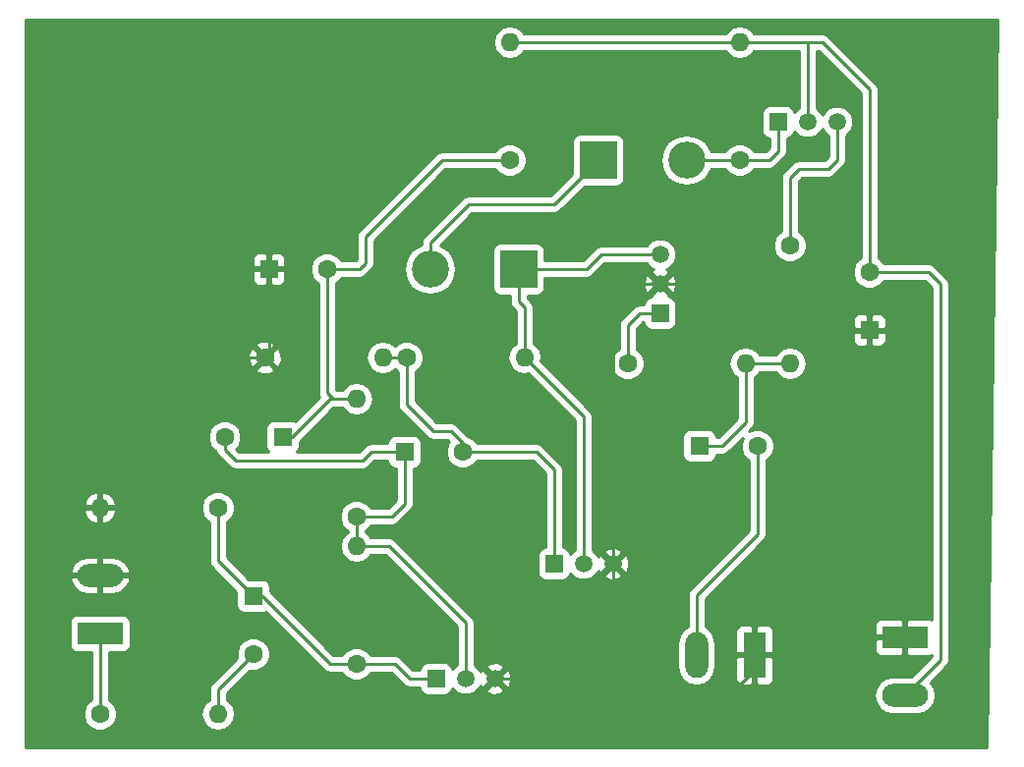
<source format=gbr>
G04 #@! TF.FileFunction,Copper,L1,Top,Signal*
%FSLAX46Y46*%
G04 Gerber Fmt 4.6, Leading zero omitted, Abs format (unit mm)*
G04 Created by KiCad (PCBNEW 4.0.5) date 06/16/17 00:38:59*
%MOMM*%
%LPD*%
G01*
G04 APERTURE LIST*
%ADD10C,0.100000*%
%ADD11C,1.520000*%
%ADD12R,1.520000X1.520000*%
%ADD13R,1.600000X1.600000*%
%ADD14C,1.600000*%
%ADD15R,1.980000X3.960000*%
%ADD16O,1.980000X3.960000*%
%ADD17R,3.960000X1.980000*%
%ADD18O,3.960000X1.980000*%
%ADD19R,3.200000X3.200000*%
%ADD20O,3.200000X3.200000*%
%ADD21O,1.600000X1.600000*%
%ADD22C,0.250000*%
%ADD23C,0.254000*%
G04 APERTURE END LIST*
D10*
D11*
X111760000Y-105918000D03*
X111760000Y-103378000D03*
D12*
X111760000Y-108458000D03*
D13*
X78058000Y-104648000D03*
D14*
X83058000Y-104648000D03*
D15*
X119888000Y-137922000D03*
D16*
X114888000Y-137922000D03*
D17*
X63500000Y-136064000D03*
D18*
X63500000Y-131064000D03*
D13*
X76708000Y-132842000D03*
D14*
X76708000Y-137842000D03*
D13*
X89742000Y-120396000D03*
D14*
X94742000Y-120396000D03*
D13*
X79248000Y-119126000D03*
D14*
X74248000Y-119126000D03*
D13*
X115142000Y-119888000D03*
D14*
X120142000Y-119888000D03*
D13*
X129794000Y-109902000D03*
D14*
X129794000Y-104902000D03*
D19*
X99568000Y-104648000D03*
D20*
X91948000Y-104648000D03*
D19*
X106426000Y-95250000D03*
D20*
X114046000Y-95250000D03*
D17*
X132842000Y-136398000D03*
D18*
X132842000Y-141398000D03*
D11*
X94996000Y-139954000D03*
X97536000Y-139954000D03*
D12*
X92456000Y-139954000D03*
D11*
X105156000Y-130048000D03*
X107696000Y-130048000D03*
D12*
X102616000Y-130048000D03*
D11*
X124460000Y-91948000D03*
X127000000Y-91948000D03*
D12*
X121920000Y-91948000D03*
D14*
X63500000Y-143002000D03*
D21*
X73660000Y-143002000D03*
D14*
X73660000Y-125222000D03*
D21*
X63500000Y-125222000D03*
D14*
X85598000Y-138684000D03*
D21*
X85598000Y-128524000D03*
D14*
X85598000Y-125984000D03*
D21*
X85598000Y-115824000D03*
D14*
X98806000Y-95250000D03*
D21*
X98806000Y-85090000D03*
D14*
X77724000Y-112268000D03*
D21*
X87884000Y-112268000D03*
D14*
X89916000Y-112268000D03*
D21*
X100076000Y-112268000D03*
D14*
X118618000Y-95250000D03*
D21*
X118618000Y-85090000D03*
D14*
X122936000Y-102616000D03*
D21*
X122936000Y-112776000D03*
D14*
X108966000Y-112776000D03*
D21*
X119126000Y-112776000D03*
D22*
X63500000Y-136064000D02*
X63500000Y-143002000D01*
X78058000Y-104648000D02*
X78058000Y-91942000D01*
X78058000Y-91942000D02*
X80000000Y-90000000D01*
X80000000Y-91000000D02*
X109000000Y-91000000D01*
X109000000Y-90000000D02*
X110000000Y-91000000D01*
X110000000Y-91000000D02*
X110000000Y-98000000D01*
X114000000Y-102000000D02*
X114000000Y-105000000D01*
X110000000Y-98000000D02*
X114000000Y-102000000D01*
X114000000Y-105000000D02*
X113082000Y-105918000D01*
X113082000Y-105918000D02*
X111760000Y-105918000D01*
X78058000Y-104648000D02*
X78058000Y-111934000D01*
X78058000Y-111934000D02*
X77724000Y-112268000D01*
X77724000Y-112268000D02*
X73914000Y-112268000D01*
X73914000Y-112268000D02*
X63500000Y-122682000D01*
X109982000Y-105918000D02*
X107696000Y-108204000D01*
X121666000Y-105918000D02*
X111760000Y-105918000D01*
X111760000Y-105918000D02*
X109982000Y-105918000D01*
X107696000Y-108204000D02*
X107696000Y-130048000D01*
X125650000Y-109902000D02*
X121666000Y-105918000D01*
X129794000Y-109902000D02*
X125650000Y-109902000D01*
X129794000Y-109902000D02*
X129794000Y-130048000D01*
X129794000Y-130048000D02*
X132842000Y-133096000D01*
X119888000Y-137922000D02*
X119888000Y-139192000D01*
X119888000Y-139192000D02*
X118364000Y-140716000D01*
X118364000Y-140716000D02*
X106426000Y-140716000D01*
X106426000Y-140716000D02*
X103759000Y-138049000D01*
X97536000Y-139954000D02*
X101854000Y-139954000D01*
X107696000Y-134112000D02*
X107696000Y-130048000D01*
X101854000Y-139954000D02*
X103759000Y-138049000D01*
X103759000Y-138049000D02*
X107696000Y-134112000D01*
X132842000Y-133096000D02*
X132842000Y-136398000D01*
X63500000Y-122682000D02*
X63500000Y-125222000D01*
X63500000Y-131064000D02*
X63500000Y-125222000D01*
X120142000Y-127508000D02*
X120142000Y-119888000D01*
X114888000Y-132762000D02*
X120142000Y-127508000D01*
X114888000Y-137922000D02*
X114888000Y-132762000D01*
X90170000Y-139954000D02*
X88900000Y-138684000D01*
X92456000Y-139954000D02*
X90170000Y-139954000D01*
X88900000Y-138684000D02*
X85598000Y-138684000D01*
X76708000Y-132842000D02*
X77470000Y-132842000D01*
X77470000Y-132842000D02*
X83312000Y-138684000D01*
X83312000Y-138684000D02*
X85598000Y-138684000D01*
X73660000Y-125222000D02*
X73660000Y-129794000D01*
X73660000Y-129794000D02*
X76708000Y-132842000D01*
X73660000Y-143002000D02*
X73660000Y-140890000D01*
X73660000Y-140890000D02*
X76708000Y-137842000D01*
X89742000Y-120396000D02*
X86868000Y-120396000D01*
X89742000Y-124888000D02*
X89742000Y-120396000D01*
X86868000Y-120396000D02*
X86106000Y-121158000D01*
X86106000Y-121158000D02*
X75184000Y-121158000D01*
X94996000Y-135128000D02*
X88392000Y-128524000D01*
X94996000Y-139954000D02*
X94996000Y-135128000D01*
X85598000Y-125984000D02*
X88646000Y-125984000D01*
X88646000Y-125984000D02*
X89742000Y-124888000D01*
X85598000Y-128524000D02*
X85598000Y-125984000D01*
X88392000Y-128524000D02*
X85598000Y-128524000D01*
X74248000Y-120222000D02*
X74248000Y-119126000D01*
X75184000Y-121158000D02*
X74248000Y-120222000D01*
X89916000Y-112268000D02*
X89916000Y-116332000D01*
X89916000Y-112268000D02*
X87884000Y-112268000D01*
X101092000Y-120396000D02*
X94742000Y-120396000D01*
X93726000Y-118618000D02*
X94742000Y-119634000D01*
X94742000Y-119634000D02*
X94742000Y-120396000D01*
X92202000Y-118618000D02*
X93726000Y-118618000D01*
X89916000Y-116332000D02*
X92202000Y-118618000D01*
X102616000Y-130048000D02*
X102616000Y-121920000D01*
X102616000Y-121920000D02*
X101092000Y-120396000D01*
X86360000Y-101854000D02*
X86360000Y-104140000D01*
X92964000Y-95250000D02*
X86360000Y-101854000D01*
X85852000Y-104648000D02*
X83058000Y-104648000D01*
X86360000Y-104140000D02*
X85852000Y-104648000D01*
X83058000Y-115316000D02*
X83058000Y-104648000D01*
X98806000Y-95250000D02*
X92964000Y-95250000D01*
X80010000Y-119126000D02*
X83312000Y-115824000D01*
X83566000Y-115824000D02*
X83058000Y-115316000D01*
X83312000Y-115824000D02*
X85598000Y-115824000D01*
X85598000Y-115824000D02*
X83566000Y-115824000D01*
X79248000Y-119126000D02*
X80010000Y-119126000D01*
X119126000Y-117856000D02*
X119126000Y-112776000D01*
X119126000Y-112776000D02*
X122936000Y-112776000D01*
X115142000Y-119888000D02*
X117094000Y-119888000D01*
X117094000Y-119888000D02*
X119126000Y-117856000D01*
X98806000Y-85090000D02*
X118618000Y-85090000D01*
X129794000Y-104902000D02*
X129794000Y-89154000D01*
X134874000Y-104902000D02*
X135890000Y-105918000D01*
X135890000Y-105918000D02*
X135890000Y-138350000D01*
X129794000Y-104902000D02*
X134874000Y-104902000D01*
X124460000Y-91948000D02*
X124460000Y-85090000D01*
X125730000Y-85090000D02*
X124460000Y-85090000D01*
X124460000Y-85090000D02*
X118618000Y-85090000D01*
X129794000Y-89154000D02*
X125730000Y-85090000D01*
X135890000Y-138350000D02*
X132842000Y-141398000D01*
X106680000Y-103378000D02*
X105410000Y-104648000D01*
X105410000Y-104648000D02*
X99568000Y-104648000D01*
X100076000Y-107950000D02*
X100076000Y-112268000D01*
X99568000Y-104648000D02*
X99568000Y-107442000D01*
X99568000Y-107442000D02*
X100076000Y-107950000D01*
X111760000Y-103378000D02*
X106680000Y-103378000D01*
X105156000Y-117348000D02*
X100076000Y-112268000D01*
X105156000Y-130048000D02*
X105156000Y-117348000D01*
X95250000Y-99060000D02*
X102616000Y-99060000D01*
X102616000Y-99060000D02*
X106426000Y-95250000D01*
X91948000Y-102362000D02*
X95250000Y-99060000D01*
X91948000Y-104648000D02*
X91948000Y-102362000D01*
X121920000Y-91948000D02*
X121920000Y-94488000D01*
X121920000Y-94488000D02*
X121158000Y-95250000D01*
X121158000Y-95250000D02*
X118618000Y-95250000D01*
X118618000Y-95250000D02*
X114046000Y-95250000D01*
X122936000Y-102616000D02*
X122936000Y-96774000D01*
X122936000Y-96774000D02*
X123698000Y-96012000D01*
X126238000Y-96012000D02*
X127000000Y-95250000D01*
X123698000Y-96012000D02*
X126238000Y-96012000D01*
X127000000Y-95250000D02*
X127000000Y-91948000D01*
X109982000Y-108458000D02*
X108966000Y-109474000D01*
X111760000Y-108458000D02*
X109982000Y-108458000D01*
X108966000Y-109474000D02*
X108966000Y-112776000D01*
D23*
G36*
X139875000Y-145873000D02*
X57127000Y-145873000D01*
X57127000Y-135074000D01*
X60872560Y-135074000D01*
X60872560Y-137054000D01*
X60916838Y-137289317D01*
X61055910Y-137505441D01*
X61268110Y-137650431D01*
X61520000Y-137701440D01*
X62740000Y-137701440D01*
X62740000Y-141763354D01*
X62688200Y-141784757D01*
X62284176Y-142188077D01*
X62065250Y-142715309D01*
X62064752Y-143286187D01*
X62282757Y-143813800D01*
X62686077Y-144217824D01*
X63213309Y-144436750D01*
X63784187Y-144437248D01*
X64311800Y-144219243D01*
X64715824Y-143815923D01*
X64934750Y-143288691D01*
X64935000Y-143002000D01*
X72196887Y-143002000D01*
X72306120Y-143551151D01*
X72617189Y-144016698D01*
X73082736Y-144327767D01*
X73631887Y-144437000D01*
X73688113Y-144437000D01*
X74237264Y-144327767D01*
X74702811Y-144016698D01*
X75013880Y-143551151D01*
X75123113Y-143002000D01*
X75013880Y-142452849D01*
X74702811Y-141987302D01*
X74420000Y-141798333D01*
X74420000Y-141204802D01*
X76369546Y-139255256D01*
X76421309Y-139276750D01*
X76992187Y-139277248D01*
X77519800Y-139059243D01*
X77923824Y-138655923D01*
X78142750Y-138128691D01*
X78143248Y-137557813D01*
X77925243Y-137030200D01*
X77521923Y-136626176D01*
X76994691Y-136407250D01*
X76423813Y-136406752D01*
X75896200Y-136624757D01*
X75492176Y-137028077D01*
X75273250Y-137555309D01*
X75272752Y-138126187D01*
X75295049Y-138180149D01*
X73122599Y-140352599D01*
X72957852Y-140599161D01*
X72900000Y-140890000D01*
X72900000Y-141798333D01*
X72617189Y-141987302D01*
X72306120Y-142452849D01*
X72196887Y-143002000D01*
X64935000Y-143002000D01*
X64935248Y-142717813D01*
X64717243Y-142190200D01*
X64313923Y-141786176D01*
X64260000Y-141763785D01*
X64260000Y-137701440D01*
X65480000Y-137701440D01*
X65715317Y-137657162D01*
X65931441Y-137518090D01*
X66076431Y-137305890D01*
X66127440Y-137054000D01*
X66127440Y-135074000D01*
X66083162Y-134838683D01*
X65944090Y-134622559D01*
X65731890Y-134477569D01*
X65480000Y-134426560D01*
X61520000Y-134426560D01*
X61284683Y-134470838D01*
X61068559Y-134609910D01*
X60923569Y-134822110D01*
X60872560Y-135074000D01*
X57127000Y-135074000D01*
X57127000Y-131442865D01*
X60929782Y-131442865D01*
X60960095Y-131568528D01*
X61271149Y-132123246D01*
X61770807Y-132516703D01*
X62383000Y-132689000D01*
X63373000Y-132689000D01*
X63373000Y-131191000D01*
X63627000Y-131191000D01*
X63627000Y-132689000D01*
X64617000Y-132689000D01*
X65229193Y-132516703D01*
X65728851Y-132123246D01*
X66039905Y-131568528D01*
X66070218Y-131442865D01*
X65950740Y-131191000D01*
X63627000Y-131191000D01*
X63373000Y-131191000D01*
X61049260Y-131191000D01*
X60929782Y-131442865D01*
X57127000Y-131442865D01*
X57127000Y-130685135D01*
X60929782Y-130685135D01*
X61049260Y-130937000D01*
X63373000Y-130937000D01*
X63373000Y-129439000D01*
X63627000Y-129439000D01*
X63627000Y-130937000D01*
X65950740Y-130937000D01*
X66070218Y-130685135D01*
X66039905Y-130559472D01*
X65728851Y-130004754D01*
X65229193Y-129611297D01*
X64617000Y-129439000D01*
X63627000Y-129439000D01*
X63373000Y-129439000D01*
X62383000Y-129439000D01*
X61770807Y-129611297D01*
X61271149Y-130004754D01*
X60960095Y-130559472D01*
X60929782Y-130685135D01*
X57127000Y-130685135D01*
X57127000Y-125571039D01*
X62108096Y-125571039D01*
X62268959Y-125959423D01*
X62644866Y-126374389D01*
X63150959Y-126613914D01*
X63373000Y-126492629D01*
X63373000Y-125349000D01*
X63627000Y-125349000D01*
X63627000Y-126492629D01*
X63849041Y-126613914D01*
X64355134Y-126374389D01*
X64731041Y-125959423D01*
X64891904Y-125571039D01*
X64856275Y-125506187D01*
X72224752Y-125506187D01*
X72442757Y-126033800D01*
X72846077Y-126437824D01*
X72900000Y-126460215D01*
X72900000Y-129794000D01*
X72957852Y-130084839D01*
X73122599Y-130331401D01*
X75260560Y-132469362D01*
X75260560Y-133642000D01*
X75304838Y-133877317D01*
X75443910Y-134093441D01*
X75656110Y-134238431D01*
X75908000Y-134289440D01*
X77508000Y-134289440D01*
X77743317Y-134245162D01*
X77776809Y-134223611D01*
X82774599Y-139221401D01*
X83021161Y-139386148D01*
X83312000Y-139444000D01*
X84359354Y-139444000D01*
X84380757Y-139495800D01*
X84784077Y-139899824D01*
X85311309Y-140118750D01*
X85882187Y-140119248D01*
X86409800Y-139901243D01*
X86813824Y-139497923D01*
X86836215Y-139444000D01*
X88585198Y-139444000D01*
X89632599Y-140491401D01*
X89879160Y-140656148D01*
X90170000Y-140714000D01*
X91048560Y-140714000D01*
X91092838Y-140949317D01*
X91231910Y-141165441D01*
X91444110Y-141310431D01*
X91696000Y-141361440D01*
X93216000Y-141361440D01*
X93451317Y-141317162D01*
X93667441Y-141178090D01*
X93812431Y-140965890D01*
X93849969Y-140780520D01*
X94204764Y-141135934D01*
X94717300Y-141348758D01*
X95272265Y-141349242D01*
X95785172Y-141137313D01*
X95990078Y-140932764D01*
X96736841Y-140932764D01*
X96806059Y-141174742D01*
X97328780Y-141361155D01*
X97883049Y-141333341D01*
X98265941Y-141174742D01*
X98335159Y-140932764D01*
X97536000Y-140133605D01*
X96736841Y-140932764D01*
X95990078Y-140932764D01*
X96177934Y-140745236D01*
X96259391Y-140549066D01*
X96315258Y-140683941D01*
X96557236Y-140753159D01*
X97356395Y-139954000D01*
X97715605Y-139954000D01*
X98514764Y-140753159D01*
X98756742Y-140683941D01*
X98943155Y-140161220D01*
X98915341Y-139606951D01*
X98756742Y-139224059D01*
X98514764Y-139154841D01*
X97715605Y-139954000D01*
X97356395Y-139954000D01*
X96557236Y-139154841D01*
X96315258Y-139224059D01*
X96263618Y-139368862D01*
X96179313Y-139164828D01*
X95990052Y-138975236D01*
X96736841Y-138975236D01*
X97536000Y-139774395D01*
X98335159Y-138975236D01*
X98265941Y-138733258D01*
X97743220Y-138546845D01*
X97188951Y-138574659D01*
X96806059Y-138733258D01*
X96736841Y-138975236D01*
X95990052Y-138975236D01*
X95787236Y-138772066D01*
X95756000Y-138759096D01*
X95756000Y-136880769D01*
X113263000Y-136880769D01*
X113263000Y-138963231D01*
X113386696Y-139585092D01*
X113738951Y-140112280D01*
X114266139Y-140464535D01*
X114888000Y-140588231D01*
X115509861Y-140464535D01*
X116037049Y-140112280D01*
X116389304Y-139585092D01*
X116513000Y-138963231D01*
X116513000Y-138207750D01*
X118263000Y-138207750D01*
X118263000Y-140028310D01*
X118359673Y-140261699D01*
X118538302Y-140440327D01*
X118771691Y-140537000D01*
X119602250Y-140537000D01*
X119761000Y-140378250D01*
X119761000Y-138049000D01*
X120015000Y-138049000D01*
X120015000Y-140378250D01*
X120173750Y-140537000D01*
X121004309Y-140537000D01*
X121237698Y-140440327D01*
X121416327Y-140261699D01*
X121513000Y-140028310D01*
X121513000Y-138207750D01*
X121354250Y-138049000D01*
X120015000Y-138049000D01*
X119761000Y-138049000D01*
X118421750Y-138049000D01*
X118263000Y-138207750D01*
X116513000Y-138207750D01*
X116513000Y-136880769D01*
X116389304Y-136258908D01*
X116093156Y-135815690D01*
X118263000Y-135815690D01*
X118263000Y-137636250D01*
X118421750Y-137795000D01*
X119761000Y-137795000D01*
X119761000Y-135465750D01*
X120015000Y-135465750D01*
X120015000Y-137795000D01*
X121354250Y-137795000D01*
X121513000Y-137636250D01*
X121513000Y-136683750D01*
X130227000Y-136683750D01*
X130227000Y-137514309D01*
X130323673Y-137747698D01*
X130502301Y-137926327D01*
X130735690Y-138023000D01*
X132556250Y-138023000D01*
X132715000Y-137864250D01*
X132715000Y-136525000D01*
X130385750Y-136525000D01*
X130227000Y-136683750D01*
X121513000Y-136683750D01*
X121513000Y-135815690D01*
X121416327Y-135582301D01*
X121237698Y-135403673D01*
X121004309Y-135307000D01*
X120173750Y-135307000D01*
X120015000Y-135465750D01*
X119761000Y-135465750D01*
X119602250Y-135307000D01*
X118771691Y-135307000D01*
X118538302Y-135403673D01*
X118359673Y-135582301D01*
X118263000Y-135815690D01*
X116093156Y-135815690D01*
X116037049Y-135731720D01*
X115648000Y-135471766D01*
X115648000Y-135281691D01*
X130227000Y-135281691D01*
X130227000Y-136112250D01*
X130385750Y-136271000D01*
X132715000Y-136271000D01*
X132715000Y-134931750D01*
X132556250Y-134773000D01*
X130735690Y-134773000D01*
X130502301Y-134869673D01*
X130323673Y-135048302D01*
X130227000Y-135281691D01*
X115648000Y-135281691D01*
X115648000Y-133076802D01*
X120679401Y-128045401D01*
X120844148Y-127798839D01*
X120902000Y-127508000D01*
X120902000Y-121126646D01*
X120953800Y-121105243D01*
X121357824Y-120701923D01*
X121576750Y-120174691D01*
X121577248Y-119603813D01*
X121359243Y-119076200D01*
X120955923Y-118672176D01*
X120428691Y-118453250D01*
X119857813Y-118452752D01*
X119425367Y-118631435D01*
X119663401Y-118393401D01*
X119828148Y-118146839D01*
X119886000Y-117856000D01*
X119886000Y-113979667D01*
X120168811Y-113790698D01*
X120338995Y-113536000D01*
X121732333Y-113536000D01*
X121921302Y-113818811D01*
X122386849Y-114129880D01*
X122936000Y-114239113D01*
X123485151Y-114129880D01*
X123950698Y-113818811D01*
X124261767Y-113353264D01*
X124371000Y-112804113D01*
X124371000Y-112747887D01*
X124261767Y-112198736D01*
X123950698Y-111733189D01*
X123485151Y-111422120D01*
X122936000Y-111312887D01*
X122386849Y-111422120D01*
X121921302Y-111733189D01*
X121732333Y-112016000D01*
X120338995Y-112016000D01*
X120168811Y-111761302D01*
X119703264Y-111450233D01*
X119154113Y-111341000D01*
X119097887Y-111341000D01*
X118548736Y-111450233D01*
X118083189Y-111761302D01*
X117772120Y-112226849D01*
X117662887Y-112776000D01*
X117772120Y-113325151D01*
X118083189Y-113790698D01*
X118366000Y-113979667D01*
X118366000Y-117541198D01*
X116779198Y-119128000D01*
X116589440Y-119128000D01*
X116589440Y-119088000D01*
X116545162Y-118852683D01*
X116406090Y-118636559D01*
X116193890Y-118491569D01*
X115942000Y-118440560D01*
X114342000Y-118440560D01*
X114106683Y-118484838D01*
X113890559Y-118623910D01*
X113745569Y-118836110D01*
X113694560Y-119088000D01*
X113694560Y-120688000D01*
X113738838Y-120923317D01*
X113877910Y-121139441D01*
X114090110Y-121284431D01*
X114342000Y-121335440D01*
X115942000Y-121335440D01*
X116177317Y-121291162D01*
X116393441Y-121152090D01*
X116538431Y-120939890D01*
X116589440Y-120688000D01*
X116589440Y-120648000D01*
X117094000Y-120648000D01*
X117384839Y-120590148D01*
X117631401Y-120425401D01*
X118886021Y-119170781D01*
X118707250Y-119601309D01*
X118706752Y-120172187D01*
X118924757Y-120699800D01*
X119328077Y-121103824D01*
X119382000Y-121126215D01*
X119382000Y-127193198D01*
X114350599Y-132224599D01*
X114185852Y-132471161D01*
X114128000Y-132762000D01*
X114128000Y-135471766D01*
X113738951Y-135731720D01*
X113386696Y-136258908D01*
X113263000Y-136880769D01*
X95756000Y-136880769D01*
X95756000Y-135128000D01*
X95698148Y-134837161D01*
X95698148Y-134837160D01*
X95533401Y-134590599D01*
X88929401Y-127986599D01*
X88682839Y-127821852D01*
X88392000Y-127764000D01*
X86801667Y-127764000D01*
X86612698Y-127481189D01*
X86358000Y-127311005D01*
X86358000Y-127222646D01*
X86409800Y-127201243D01*
X86813824Y-126797923D01*
X86836215Y-126744000D01*
X88646000Y-126744000D01*
X88936839Y-126686148D01*
X89183401Y-126521401D01*
X90279401Y-125425401D01*
X90444148Y-125178839D01*
X90502000Y-124888000D01*
X90502000Y-121843440D01*
X90542000Y-121843440D01*
X90777317Y-121799162D01*
X90993441Y-121660090D01*
X91138431Y-121447890D01*
X91189440Y-121196000D01*
X91189440Y-119596000D01*
X91145162Y-119360683D01*
X91006090Y-119144559D01*
X90793890Y-118999569D01*
X90542000Y-118948560D01*
X88942000Y-118948560D01*
X88706683Y-118992838D01*
X88490559Y-119131910D01*
X88345569Y-119344110D01*
X88294560Y-119596000D01*
X88294560Y-119636000D01*
X86868000Y-119636000D01*
X86577161Y-119693852D01*
X86330599Y-119858599D01*
X85791198Y-120398000D01*
X80487149Y-120398000D01*
X80499441Y-120390090D01*
X80644431Y-120177890D01*
X80695440Y-119926000D01*
X80695440Y-119515362D01*
X83626802Y-116584000D01*
X84394333Y-116584000D01*
X84583302Y-116866811D01*
X85048849Y-117177880D01*
X85598000Y-117287113D01*
X86147151Y-117177880D01*
X86612698Y-116866811D01*
X86923767Y-116401264D01*
X87033000Y-115852113D01*
X87033000Y-115795887D01*
X86923767Y-115246736D01*
X86612698Y-114781189D01*
X86147151Y-114470120D01*
X85598000Y-114360887D01*
X85048849Y-114470120D01*
X84583302Y-114781189D01*
X84394333Y-115064000D01*
X83880802Y-115064000D01*
X83818000Y-115001198D01*
X83818000Y-112268000D01*
X86420887Y-112268000D01*
X86530120Y-112817151D01*
X86841189Y-113282698D01*
X87306736Y-113593767D01*
X87855887Y-113703000D01*
X87912113Y-113703000D01*
X88461264Y-113593767D01*
X88911508Y-113292923D01*
X89102077Y-113483824D01*
X89156000Y-113506215D01*
X89156000Y-116332000D01*
X89213852Y-116622839D01*
X89378599Y-116869401D01*
X91664599Y-119155401D01*
X91911160Y-119320148D01*
X92202000Y-119378000D01*
X93411198Y-119378000D01*
X93570764Y-119537566D01*
X93526176Y-119582077D01*
X93307250Y-120109309D01*
X93306752Y-120680187D01*
X93524757Y-121207800D01*
X93928077Y-121611824D01*
X94455309Y-121830750D01*
X95026187Y-121831248D01*
X95553800Y-121613243D01*
X95957824Y-121209923D01*
X95980215Y-121156000D01*
X100777198Y-121156000D01*
X101856000Y-122234802D01*
X101856000Y-128640560D01*
X101620683Y-128684838D01*
X101404559Y-128823910D01*
X101259569Y-129036110D01*
X101208560Y-129288000D01*
X101208560Y-130808000D01*
X101252838Y-131043317D01*
X101391910Y-131259441D01*
X101604110Y-131404431D01*
X101856000Y-131455440D01*
X103376000Y-131455440D01*
X103611317Y-131411162D01*
X103827441Y-131272090D01*
X103972431Y-131059890D01*
X104009969Y-130874520D01*
X104364764Y-131229934D01*
X104877300Y-131442758D01*
X105432265Y-131443242D01*
X105945172Y-131231313D01*
X106150078Y-131026764D01*
X106896841Y-131026764D01*
X106966059Y-131268742D01*
X107488780Y-131455155D01*
X108043049Y-131427341D01*
X108425941Y-131268742D01*
X108495159Y-131026764D01*
X107696000Y-130227605D01*
X106896841Y-131026764D01*
X106150078Y-131026764D01*
X106337934Y-130839236D01*
X106419391Y-130643066D01*
X106475258Y-130777941D01*
X106717236Y-130847159D01*
X107516395Y-130048000D01*
X107875605Y-130048000D01*
X108674764Y-130847159D01*
X108916742Y-130777941D01*
X109103155Y-130255220D01*
X109075341Y-129700951D01*
X108916742Y-129318059D01*
X108674764Y-129248841D01*
X107875605Y-130048000D01*
X107516395Y-130048000D01*
X106717236Y-129248841D01*
X106475258Y-129318059D01*
X106423618Y-129462862D01*
X106339313Y-129258828D01*
X106150052Y-129069236D01*
X106896841Y-129069236D01*
X107696000Y-129868395D01*
X108495159Y-129069236D01*
X108425941Y-128827258D01*
X107903220Y-128640845D01*
X107348951Y-128668659D01*
X106966059Y-128827258D01*
X106896841Y-129069236D01*
X106150052Y-129069236D01*
X105947236Y-128866066D01*
X105916000Y-128853096D01*
X105916000Y-117348000D01*
X105858148Y-117057161D01*
X105693401Y-116810599D01*
X101942989Y-113060187D01*
X107530752Y-113060187D01*
X107748757Y-113587800D01*
X108152077Y-113991824D01*
X108679309Y-114210750D01*
X109250187Y-114211248D01*
X109777800Y-113993243D01*
X110181824Y-113589923D01*
X110400750Y-113062691D01*
X110401248Y-112491813D01*
X110183243Y-111964200D01*
X109779923Y-111560176D01*
X109726000Y-111537785D01*
X109726000Y-110187750D01*
X128359000Y-110187750D01*
X128359000Y-110828309D01*
X128455673Y-111061698D01*
X128634301Y-111240327D01*
X128867690Y-111337000D01*
X129508250Y-111337000D01*
X129667000Y-111178250D01*
X129667000Y-110029000D01*
X129921000Y-110029000D01*
X129921000Y-111178250D01*
X130079750Y-111337000D01*
X130720310Y-111337000D01*
X130953699Y-111240327D01*
X131132327Y-111061698D01*
X131229000Y-110828309D01*
X131229000Y-110187750D01*
X131070250Y-110029000D01*
X129921000Y-110029000D01*
X129667000Y-110029000D01*
X128517750Y-110029000D01*
X128359000Y-110187750D01*
X109726000Y-110187750D01*
X109726000Y-109788802D01*
X110296802Y-109218000D01*
X110352560Y-109218000D01*
X110396838Y-109453317D01*
X110535910Y-109669441D01*
X110748110Y-109814431D01*
X111000000Y-109865440D01*
X112520000Y-109865440D01*
X112755317Y-109821162D01*
X112971441Y-109682090D01*
X113116431Y-109469890D01*
X113167440Y-109218000D01*
X113167440Y-108975691D01*
X128359000Y-108975691D01*
X128359000Y-109616250D01*
X128517750Y-109775000D01*
X129667000Y-109775000D01*
X129667000Y-108625750D01*
X129921000Y-108625750D01*
X129921000Y-109775000D01*
X131070250Y-109775000D01*
X131229000Y-109616250D01*
X131229000Y-108975691D01*
X131132327Y-108742302D01*
X130953699Y-108563673D01*
X130720310Y-108467000D01*
X130079750Y-108467000D01*
X129921000Y-108625750D01*
X129667000Y-108625750D01*
X129508250Y-108467000D01*
X128867690Y-108467000D01*
X128634301Y-108563673D01*
X128455673Y-108742302D01*
X128359000Y-108975691D01*
X113167440Y-108975691D01*
X113167440Y-107698000D01*
X113123162Y-107462683D01*
X112984090Y-107246559D01*
X112771890Y-107101569D01*
X112520000Y-107050560D01*
X112515166Y-107050560D01*
X112559159Y-106896764D01*
X111760000Y-106097605D01*
X110960841Y-106896764D01*
X111004834Y-107050560D01*
X111000000Y-107050560D01*
X110764683Y-107094838D01*
X110548559Y-107233910D01*
X110403569Y-107446110D01*
X110352560Y-107698000D01*
X109982000Y-107698000D01*
X109691161Y-107755852D01*
X109444599Y-107920599D01*
X108428599Y-108936599D01*
X108263852Y-109183161D01*
X108206000Y-109474000D01*
X108206000Y-111537354D01*
X108154200Y-111558757D01*
X107750176Y-111962077D01*
X107531250Y-112489309D01*
X107530752Y-113060187D01*
X101942989Y-113060187D01*
X101474688Y-112591886D01*
X101539113Y-112268000D01*
X101429880Y-111718849D01*
X101118811Y-111253302D01*
X100836000Y-111064333D01*
X100836000Y-107950000D01*
X100778148Y-107659161D01*
X100613401Y-107412599D01*
X100328000Y-107127198D01*
X100328000Y-106895440D01*
X101168000Y-106895440D01*
X101403317Y-106851162D01*
X101619441Y-106712090D01*
X101764431Y-106499890D01*
X101815440Y-106248000D01*
X101815440Y-105710780D01*
X110352845Y-105710780D01*
X110380659Y-106265049D01*
X110539258Y-106647941D01*
X110781236Y-106717159D01*
X111580395Y-105918000D01*
X111939605Y-105918000D01*
X112738764Y-106717159D01*
X112980742Y-106647941D01*
X113167155Y-106125220D01*
X113139341Y-105570951D01*
X112980742Y-105188059D01*
X112738764Y-105118841D01*
X111939605Y-105918000D01*
X111580395Y-105918000D01*
X110781236Y-105118841D01*
X110539258Y-105188059D01*
X110352845Y-105710780D01*
X101815440Y-105710780D01*
X101815440Y-105408000D01*
X105410000Y-105408000D01*
X105700839Y-105350148D01*
X105947401Y-105185401D01*
X106994802Y-104138000D01*
X110564633Y-104138000D01*
X110576687Y-104167172D01*
X110968764Y-104559934D01*
X111164934Y-104641391D01*
X111030059Y-104697258D01*
X110960841Y-104939236D01*
X111760000Y-105738395D01*
X112559159Y-104939236D01*
X112489941Y-104697258D01*
X112345138Y-104645618D01*
X112549172Y-104561313D01*
X112941934Y-104169236D01*
X113154758Y-103656700D01*
X113155242Y-103101735D01*
X112943313Y-102588828D01*
X112551236Y-102196066D01*
X112038700Y-101983242D01*
X111483735Y-101982758D01*
X110970828Y-102194687D01*
X110578066Y-102586764D01*
X110565096Y-102618000D01*
X106680000Y-102618000D01*
X106389160Y-102675852D01*
X106142599Y-102840599D01*
X105095198Y-103888000D01*
X101815440Y-103888000D01*
X101815440Y-103048000D01*
X101771162Y-102812683D01*
X101632090Y-102596559D01*
X101419890Y-102451569D01*
X101168000Y-102400560D01*
X97968000Y-102400560D01*
X97732683Y-102444838D01*
X97516559Y-102583910D01*
X97371569Y-102796110D01*
X97320560Y-103048000D01*
X97320560Y-106248000D01*
X97364838Y-106483317D01*
X97503910Y-106699441D01*
X97716110Y-106844431D01*
X97968000Y-106895440D01*
X98808000Y-106895440D01*
X98808000Y-107442000D01*
X98865852Y-107732839D01*
X99030599Y-107979401D01*
X99316000Y-108264802D01*
X99316000Y-111064333D01*
X99033189Y-111253302D01*
X98722120Y-111718849D01*
X98612887Y-112268000D01*
X98722120Y-112817151D01*
X99033189Y-113282698D01*
X99498736Y-113593767D01*
X100047887Y-113703000D01*
X100104113Y-113703000D01*
X100381102Y-113647904D01*
X104396000Y-117662802D01*
X104396000Y-128852633D01*
X104366828Y-128864687D01*
X104010684Y-129220210D01*
X103979162Y-129052683D01*
X103840090Y-128836559D01*
X103627890Y-128691569D01*
X103376000Y-128640560D01*
X103376000Y-121920000D01*
X103318148Y-121629161D01*
X103318148Y-121629160D01*
X103153401Y-121382599D01*
X101629401Y-119858599D01*
X101382839Y-119693852D01*
X101092000Y-119636000D01*
X95980646Y-119636000D01*
X95959243Y-119584200D01*
X95555923Y-119180176D01*
X95225969Y-119043167D01*
X94263401Y-118080599D01*
X94016839Y-117915852D01*
X93726000Y-117858000D01*
X92516802Y-117858000D01*
X90676000Y-116017198D01*
X90676000Y-113506646D01*
X90727800Y-113485243D01*
X91131824Y-113081923D01*
X91350750Y-112554691D01*
X91351248Y-111983813D01*
X91133243Y-111456200D01*
X90729923Y-111052176D01*
X90202691Y-110833250D01*
X89631813Y-110832752D01*
X89104200Y-111050757D01*
X88911530Y-111243091D01*
X88461264Y-110942233D01*
X87912113Y-110833000D01*
X87855887Y-110833000D01*
X87306736Y-110942233D01*
X86841189Y-111253302D01*
X86530120Y-111718849D01*
X86420887Y-112268000D01*
X83818000Y-112268000D01*
X83818000Y-105886646D01*
X83869800Y-105865243D01*
X84273824Y-105461923D01*
X84296215Y-105408000D01*
X85852000Y-105408000D01*
X86142839Y-105350148D01*
X86389401Y-105185401D01*
X86897401Y-104677401D01*
X86917046Y-104648000D01*
X89669214Y-104648000D01*
X89839343Y-105503297D01*
X90323830Y-106228384D01*
X91048917Y-106712871D01*
X91904214Y-106883000D01*
X91991786Y-106883000D01*
X92847083Y-106712871D01*
X93572170Y-106228384D01*
X94056657Y-105503297D01*
X94226786Y-104648000D01*
X94056657Y-103792703D01*
X93572170Y-103067616D01*
X92847083Y-102583129D01*
X92809207Y-102575595D01*
X95564802Y-99820000D01*
X102616000Y-99820000D01*
X102906839Y-99762148D01*
X103153401Y-99597401D01*
X105253362Y-97497440D01*
X108026000Y-97497440D01*
X108261317Y-97453162D01*
X108477441Y-97314090D01*
X108622431Y-97101890D01*
X108673440Y-96850000D01*
X108673440Y-93650000D01*
X108629162Y-93414683D01*
X108490090Y-93198559D01*
X108277890Y-93053569D01*
X108026000Y-93002560D01*
X104826000Y-93002560D01*
X104590683Y-93046838D01*
X104374559Y-93185910D01*
X104229569Y-93398110D01*
X104178560Y-93650000D01*
X104178560Y-96422638D01*
X102301198Y-98300000D01*
X95250000Y-98300000D01*
X94959160Y-98357852D01*
X94712599Y-98522599D01*
X91410599Y-101824599D01*
X91245852Y-102071161D01*
X91188000Y-102362000D01*
X91188000Y-102555464D01*
X91048917Y-102583129D01*
X90323830Y-103067616D01*
X89839343Y-103792703D01*
X89669214Y-104648000D01*
X86917046Y-104648000D01*
X86990105Y-104538659D01*
X87062148Y-104430839D01*
X87120000Y-104140000D01*
X87120000Y-102168802D01*
X93278802Y-96010000D01*
X97567354Y-96010000D01*
X97588757Y-96061800D01*
X97992077Y-96465824D01*
X98519309Y-96684750D01*
X99090187Y-96685248D01*
X99617800Y-96467243D01*
X100021824Y-96063923D01*
X100240750Y-95536691D01*
X100241248Y-94965813D01*
X100023243Y-94438200D01*
X99619923Y-94034176D01*
X99092691Y-93815250D01*
X98521813Y-93814752D01*
X97994200Y-94032757D01*
X97590176Y-94436077D01*
X97567785Y-94490000D01*
X92964000Y-94490000D01*
X92673160Y-94547852D01*
X92426599Y-94712599D01*
X85822599Y-101316599D01*
X85657852Y-101563161D01*
X85600000Y-101854000D01*
X85600000Y-103825198D01*
X85537198Y-103888000D01*
X84296646Y-103888000D01*
X84275243Y-103836200D01*
X83871923Y-103432176D01*
X83344691Y-103213250D01*
X82773813Y-103212752D01*
X82246200Y-103430757D01*
X81842176Y-103834077D01*
X81623250Y-104361309D01*
X81622752Y-104932187D01*
X81840757Y-105459800D01*
X82244077Y-105863824D01*
X82298000Y-105886215D01*
X82298000Y-115316000D01*
X82355852Y-115606839D01*
X82395308Y-115665890D01*
X80318746Y-117742452D01*
X80299890Y-117729569D01*
X80048000Y-117678560D01*
X78448000Y-117678560D01*
X78212683Y-117722838D01*
X77996559Y-117861910D01*
X77851569Y-118074110D01*
X77800560Y-118326000D01*
X77800560Y-119926000D01*
X77844838Y-120161317D01*
X77983910Y-120377441D01*
X78013999Y-120398000D01*
X75498802Y-120398000D01*
X75252090Y-120151288D01*
X75463824Y-119939923D01*
X75682750Y-119412691D01*
X75683248Y-118841813D01*
X75465243Y-118314200D01*
X75061923Y-117910176D01*
X74534691Y-117691250D01*
X73963813Y-117690752D01*
X73436200Y-117908757D01*
X73032176Y-118312077D01*
X72813250Y-118839309D01*
X72812752Y-119410187D01*
X73030757Y-119937800D01*
X73434077Y-120341824D01*
X73518835Y-120377019D01*
X73545852Y-120512839D01*
X73710599Y-120759401D01*
X74646599Y-121695401D01*
X74893161Y-121860148D01*
X75184000Y-121918000D01*
X86106000Y-121918000D01*
X86396839Y-121860148D01*
X86643401Y-121695401D01*
X87182802Y-121156000D01*
X88294560Y-121156000D01*
X88294560Y-121196000D01*
X88338838Y-121431317D01*
X88477910Y-121647441D01*
X88690110Y-121792431D01*
X88942000Y-121843440D01*
X88982000Y-121843440D01*
X88982000Y-124573198D01*
X88331198Y-125224000D01*
X86836646Y-125224000D01*
X86815243Y-125172200D01*
X86411923Y-124768176D01*
X85884691Y-124549250D01*
X85313813Y-124548752D01*
X84786200Y-124766757D01*
X84382176Y-125170077D01*
X84163250Y-125697309D01*
X84162752Y-126268187D01*
X84380757Y-126795800D01*
X84784077Y-127199824D01*
X84838000Y-127222215D01*
X84838000Y-127311005D01*
X84583302Y-127481189D01*
X84272233Y-127946736D01*
X84163000Y-128495887D01*
X84163000Y-128552113D01*
X84272233Y-129101264D01*
X84583302Y-129566811D01*
X85048849Y-129877880D01*
X85598000Y-129987113D01*
X86147151Y-129877880D01*
X86612698Y-129566811D01*
X86801667Y-129284000D01*
X88077198Y-129284000D01*
X94236000Y-135442802D01*
X94236000Y-138758633D01*
X94206828Y-138770687D01*
X93850684Y-139126210D01*
X93819162Y-138958683D01*
X93680090Y-138742559D01*
X93467890Y-138597569D01*
X93216000Y-138546560D01*
X91696000Y-138546560D01*
X91460683Y-138590838D01*
X91244559Y-138729910D01*
X91099569Y-138942110D01*
X91048560Y-139194000D01*
X90484802Y-139194000D01*
X89437401Y-138146599D01*
X89190839Y-137981852D01*
X88900000Y-137924000D01*
X86836646Y-137924000D01*
X86815243Y-137872200D01*
X86411923Y-137468176D01*
X85884691Y-137249250D01*
X85313813Y-137248752D01*
X84786200Y-137466757D01*
X84382176Y-137870077D01*
X84359785Y-137924000D01*
X83626802Y-137924000D01*
X78155440Y-132452638D01*
X78155440Y-132042000D01*
X78111162Y-131806683D01*
X77972090Y-131590559D01*
X77759890Y-131445569D01*
X77508000Y-131394560D01*
X76335362Y-131394560D01*
X74420000Y-129479198D01*
X74420000Y-126460646D01*
X74471800Y-126439243D01*
X74875824Y-126035923D01*
X75094750Y-125508691D01*
X75095248Y-124937813D01*
X74877243Y-124410200D01*
X74473923Y-124006176D01*
X73946691Y-123787250D01*
X73375813Y-123786752D01*
X72848200Y-124004757D01*
X72444176Y-124408077D01*
X72225250Y-124935309D01*
X72224752Y-125506187D01*
X64856275Y-125506187D01*
X64769915Y-125349000D01*
X63627000Y-125349000D01*
X63373000Y-125349000D01*
X62230085Y-125349000D01*
X62108096Y-125571039D01*
X57127000Y-125571039D01*
X57127000Y-124872961D01*
X62108096Y-124872961D01*
X62230085Y-125095000D01*
X63373000Y-125095000D01*
X63373000Y-123951371D01*
X63627000Y-123951371D01*
X63627000Y-125095000D01*
X64769915Y-125095000D01*
X64891904Y-124872961D01*
X64731041Y-124484577D01*
X64355134Y-124069611D01*
X63849041Y-123830086D01*
X63627000Y-123951371D01*
X63373000Y-123951371D01*
X63150959Y-123830086D01*
X62644866Y-124069611D01*
X62268959Y-124484577D01*
X62108096Y-124872961D01*
X57127000Y-124872961D01*
X57127000Y-113275745D01*
X76895861Y-113275745D01*
X76969995Y-113521864D01*
X77507223Y-113714965D01*
X78077454Y-113687778D01*
X78478005Y-113521864D01*
X78552139Y-113275745D01*
X77724000Y-112447605D01*
X76895861Y-113275745D01*
X57127000Y-113275745D01*
X57127000Y-112051223D01*
X76277035Y-112051223D01*
X76304222Y-112621454D01*
X76470136Y-113022005D01*
X76716255Y-113096139D01*
X77544395Y-112268000D01*
X77903605Y-112268000D01*
X78731745Y-113096139D01*
X78977864Y-113022005D01*
X79170965Y-112484777D01*
X79143778Y-111914546D01*
X78977864Y-111513995D01*
X78731745Y-111439861D01*
X77903605Y-112268000D01*
X77544395Y-112268000D01*
X76716255Y-111439861D01*
X76470136Y-111513995D01*
X76277035Y-112051223D01*
X57127000Y-112051223D01*
X57127000Y-111260255D01*
X76895861Y-111260255D01*
X77724000Y-112088395D01*
X78552139Y-111260255D01*
X78478005Y-111014136D01*
X77940777Y-110821035D01*
X77370546Y-110848222D01*
X76969995Y-111014136D01*
X76895861Y-111260255D01*
X57127000Y-111260255D01*
X57127000Y-104933750D01*
X76623000Y-104933750D01*
X76623000Y-105574310D01*
X76719673Y-105807699D01*
X76898302Y-105986327D01*
X77131691Y-106083000D01*
X77772250Y-106083000D01*
X77931000Y-105924250D01*
X77931000Y-104775000D01*
X78185000Y-104775000D01*
X78185000Y-105924250D01*
X78343750Y-106083000D01*
X78984309Y-106083000D01*
X79217698Y-105986327D01*
X79396327Y-105807699D01*
X79493000Y-105574310D01*
X79493000Y-104933750D01*
X79334250Y-104775000D01*
X78185000Y-104775000D01*
X77931000Y-104775000D01*
X76781750Y-104775000D01*
X76623000Y-104933750D01*
X57127000Y-104933750D01*
X57127000Y-103721690D01*
X76623000Y-103721690D01*
X76623000Y-104362250D01*
X76781750Y-104521000D01*
X77931000Y-104521000D01*
X77931000Y-103371750D01*
X78185000Y-103371750D01*
X78185000Y-104521000D01*
X79334250Y-104521000D01*
X79493000Y-104362250D01*
X79493000Y-103721690D01*
X79396327Y-103488301D01*
X79217698Y-103309673D01*
X78984309Y-103213000D01*
X78343750Y-103213000D01*
X78185000Y-103371750D01*
X77931000Y-103371750D01*
X77772250Y-103213000D01*
X77131691Y-103213000D01*
X76898302Y-103309673D01*
X76719673Y-103488301D01*
X76623000Y-103721690D01*
X57127000Y-103721690D01*
X57127000Y-85061887D01*
X97371000Y-85061887D01*
X97371000Y-85118113D01*
X97480233Y-85667264D01*
X97791302Y-86132811D01*
X98256849Y-86443880D01*
X98806000Y-86553113D01*
X99355151Y-86443880D01*
X99820698Y-86132811D01*
X100009667Y-85850000D01*
X117414333Y-85850000D01*
X117603302Y-86132811D01*
X118068849Y-86443880D01*
X118618000Y-86553113D01*
X119167151Y-86443880D01*
X119632698Y-86132811D01*
X119821667Y-85850000D01*
X123700000Y-85850000D01*
X123700000Y-90752633D01*
X123670828Y-90764687D01*
X123314684Y-91120210D01*
X123283162Y-90952683D01*
X123144090Y-90736559D01*
X122931890Y-90591569D01*
X122680000Y-90540560D01*
X121160000Y-90540560D01*
X120924683Y-90584838D01*
X120708559Y-90723910D01*
X120563569Y-90936110D01*
X120512560Y-91188000D01*
X120512560Y-92708000D01*
X120556838Y-92943317D01*
X120695910Y-93159441D01*
X120908110Y-93304431D01*
X121160000Y-93355440D01*
X121160000Y-94173198D01*
X120843198Y-94490000D01*
X119856646Y-94490000D01*
X119835243Y-94438200D01*
X119431923Y-94034176D01*
X118904691Y-93815250D01*
X118333813Y-93814752D01*
X117806200Y-94032757D01*
X117402176Y-94436077D01*
X117379785Y-94490000D01*
X116173613Y-94490000D01*
X116154657Y-94394703D01*
X115670170Y-93669616D01*
X114945083Y-93185129D01*
X114089786Y-93015000D01*
X114002214Y-93015000D01*
X113146917Y-93185129D01*
X112421830Y-93669616D01*
X111937343Y-94394703D01*
X111767214Y-95250000D01*
X111937343Y-96105297D01*
X112421830Y-96830384D01*
X113146917Y-97314871D01*
X114002214Y-97485000D01*
X114089786Y-97485000D01*
X114945083Y-97314871D01*
X115670170Y-96830384D01*
X116154657Y-96105297D01*
X116173613Y-96010000D01*
X117379354Y-96010000D01*
X117400757Y-96061800D01*
X117804077Y-96465824D01*
X118331309Y-96684750D01*
X118902187Y-96685248D01*
X119429800Y-96467243D01*
X119833824Y-96063923D01*
X119856215Y-96010000D01*
X121158000Y-96010000D01*
X121448839Y-95952148D01*
X121695401Y-95787401D01*
X122457401Y-95025401D01*
X122622148Y-94778839D01*
X122680000Y-94488000D01*
X122680000Y-93355440D01*
X122915317Y-93311162D01*
X123131441Y-93172090D01*
X123276431Y-92959890D01*
X123313969Y-92774520D01*
X123668764Y-93129934D01*
X124181300Y-93342758D01*
X124736265Y-93343242D01*
X125249172Y-93131313D01*
X125641934Y-92739236D01*
X125729954Y-92527262D01*
X125816687Y-92737172D01*
X126208764Y-93129934D01*
X126240000Y-93142904D01*
X126240000Y-94935198D01*
X125923198Y-95252000D01*
X123698000Y-95252000D01*
X123407161Y-95309852D01*
X123160599Y-95474599D01*
X122398599Y-96236599D01*
X122233852Y-96483161D01*
X122176000Y-96774000D01*
X122176000Y-101377354D01*
X122124200Y-101398757D01*
X121720176Y-101802077D01*
X121501250Y-102329309D01*
X121500752Y-102900187D01*
X121718757Y-103427800D01*
X122122077Y-103831824D01*
X122649309Y-104050750D01*
X123220187Y-104051248D01*
X123747800Y-103833243D01*
X124151824Y-103429923D01*
X124370750Y-102902691D01*
X124371248Y-102331813D01*
X124153243Y-101804200D01*
X123749923Y-101400176D01*
X123696000Y-101377785D01*
X123696000Y-97088802D01*
X124012802Y-96772000D01*
X126238000Y-96772000D01*
X126528839Y-96714148D01*
X126775401Y-96549401D01*
X127537401Y-95787401D01*
X127702148Y-95540839D01*
X127760000Y-95250000D01*
X127760000Y-93143367D01*
X127789172Y-93131313D01*
X128181934Y-92739236D01*
X128394758Y-92226700D01*
X128395242Y-91671735D01*
X128183313Y-91158828D01*
X127791236Y-90766066D01*
X127278700Y-90553242D01*
X126723735Y-90552758D01*
X126210828Y-90764687D01*
X125818066Y-91156764D01*
X125730046Y-91368738D01*
X125643313Y-91158828D01*
X125251236Y-90766066D01*
X125220000Y-90753096D01*
X125220000Y-85850000D01*
X125415198Y-85850000D01*
X129034000Y-89468802D01*
X129034000Y-103663354D01*
X128982200Y-103684757D01*
X128578176Y-104088077D01*
X128359250Y-104615309D01*
X128358752Y-105186187D01*
X128576757Y-105713800D01*
X128980077Y-106117824D01*
X129507309Y-106336750D01*
X130078187Y-106337248D01*
X130605800Y-106119243D01*
X131009824Y-105715923D01*
X131032215Y-105662000D01*
X134559198Y-105662000D01*
X135130000Y-106232802D01*
X135130000Y-134848259D01*
X134948310Y-134773000D01*
X133127750Y-134773000D01*
X132969000Y-134931750D01*
X132969000Y-136271000D01*
X132989000Y-136271000D01*
X132989000Y-136525000D01*
X132969000Y-136525000D01*
X132969000Y-137864250D01*
X133127750Y-138023000D01*
X134948310Y-138023000D01*
X135130000Y-137947741D01*
X135130000Y-138035198D01*
X133392198Y-139773000D01*
X131800769Y-139773000D01*
X131178908Y-139896696D01*
X130651720Y-140248951D01*
X130299465Y-140776139D01*
X130175769Y-141398000D01*
X130299465Y-142019861D01*
X130651720Y-142547049D01*
X131178908Y-142899304D01*
X131800769Y-143023000D01*
X133883231Y-143023000D01*
X134505092Y-142899304D01*
X135032280Y-142547049D01*
X135384535Y-142019861D01*
X135508231Y-141398000D01*
X135384535Y-140776139D01*
X135045727Y-140269075D01*
X136427401Y-138887401D01*
X136592148Y-138640839D01*
X136650000Y-138350000D01*
X136650000Y-105918000D01*
X136592148Y-105627161D01*
X136427401Y-105380599D01*
X135411401Y-104364599D01*
X135164839Y-104199852D01*
X134874000Y-104142000D01*
X131032646Y-104142000D01*
X131011243Y-104090200D01*
X130607923Y-103686176D01*
X130554000Y-103663785D01*
X130554000Y-89154000D01*
X130496148Y-88863161D01*
X130331401Y-88616599D01*
X126267401Y-84552599D01*
X126020839Y-84387852D01*
X125730000Y-84330000D01*
X119821667Y-84330000D01*
X119632698Y-84047189D01*
X119167151Y-83736120D01*
X118618000Y-83626887D01*
X118068849Y-83736120D01*
X117603302Y-84047189D01*
X117414333Y-84330000D01*
X100009667Y-84330000D01*
X99820698Y-84047189D01*
X99355151Y-83736120D01*
X98806000Y-83626887D01*
X98256849Y-83736120D01*
X97791302Y-84047189D01*
X97480233Y-84512736D01*
X97371000Y-85061887D01*
X57127000Y-85061887D01*
X57127000Y-83127000D01*
X140870968Y-83127000D01*
X139875000Y-145873000D01*
X139875000Y-145873000D01*
G37*
X139875000Y-145873000D02*
X57127000Y-145873000D01*
X57127000Y-135074000D01*
X60872560Y-135074000D01*
X60872560Y-137054000D01*
X60916838Y-137289317D01*
X61055910Y-137505441D01*
X61268110Y-137650431D01*
X61520000Y-137701440D01*
X62740000Y-137701440D01*
X62740000Y-141763354D01*
X62688200Y-141784757D01*
X62284176Y-142188077D01*
X62065250Y-142715309D01*
X62064752Y-143286187D01*
X62282757Y-143813800D01*
X62686077Y-144217824D01*
X63213309Y-144436750D01*
X63784187Y-144437248D01*
X64311800Y-144219243D01*
X64715824Y-143815923D01*
X64934750Y-143288691D01*
X64935000Y-143002000D01*
X72196887Y-143002000D01*
X72306120Y-143551151D01*
X72617189Y-144016698D01*
X73082736Y-144327767D01*
X73631887Y-144437000D01*
X73688113Y-144437000D01*
X74237264Y-144327767D01*
X74702811Y-144016698D01*
X75013880Y-143551151D01*
X75123113Y-143002000D01*
X75013880Y-142452849D01*
X74702811Y-141987302D01*
X74420000Y-141798333D01*
X74420000Y-141204802D01*
X76369546Y-139255256D01*
X76421309Y-139276750D01*
X76992187Y-139277248D01*
X77519800Y-139059243D01*
X77923824Y-138655923D01*
X78142750Y-138128691D01*
X78143248Y-137557813D01*
X77925243Y-137030200D01*
X77521923Y-136626176D01*
X76994691Y-136407250D01*
X76423813Y-136406752D01*
X75896200Y-136624757D01*
X75492176Y-137028077D01*
X75273250Y-137555309D01*
X75272752Y-138126187D01*
X75295049Y-138180149D01*
X73122599Y-140352599D01*
X72957852Y-140599161D01*
X72900000Y-140890000D01*
X72900000Y-141798333D01*
X72617189Y-141987302D01*
X72306120Y-142452849D01*
X72196887Y-143002000D01*
X64935000Y-143002000D01*
X64935248Y-142717813D01*
X64717243Y-142190200D01*
X64313923Y-141786176D01*
X64260000Y-141763785D01*
X64260000Y-137701440D01*
X65480000Y-137701440D01*
X65715317Y-137657162D01*
X65931441Y-137518090D01*
X66076431Y-137305890D01*
X66127440Y-137054000D01*
X66127440Y-135074000D01*
X66083162Y-134838683D01*
X65944090Y-134622559D01*
X65731890Y-134477569D01*
X65480000Y-134426560D01*
X61520000Y-134426560D01*
X61284683Y-134470838D01*
X61068559Y-134609910D01*
X60923569Y-134822110D01*
X60872560Y-135074000D01*
X57127000Y-135074000D01*
X57127000Y-131442865D01*
X60929782Y-131442865D01*
X60960095Y-131568528D01*
X61271149Y-132123246D01*
X61770807Y-132516703D01*
X62383000Y-132689000D01*
X63373000Y-132689000D01*
X63373000Y-131191000D01*
X63627000Y-131191000D01*
X63627000Y-132689000D01*
X64617000Y-132689000D01*
X65229193Y-132516703D01*
X65728851Y-132123246D01*
X66039905Y-131568528D01*
X66070218Y-131442865D01*
X65950740Y-131191000D01*
X63627000Y-131191000D01*
X63373000Y-131191000D01*
X61049260Y-131191000D01*
X60929782Y-131442865D01*
X57127000Y-131442865D01*
X57127000Y-130685135D01*
X60929782Y-130685135D01*
X61049260Y-130937000D01*
X63373000Y-130937000D01*
X63373000Y-129439000D01*
X63627000Y-129439000D01*
X63627000Y-130937000D01*
X65950740Y-130937000D01*
X66070218Y-130685135D01*
X66039905Y-130559472D01*
X65728851Y-130004754D01*
X65229193Y-129611297D01*
X64617000Y-129439000D01*
X63627000Y-129439000D01*
X63373000Y-129439000D01*
X62383000Y-129439000D01*
X61770807Y-129611297D01*
X61271149Y-130004754D01*
X60960095Y-130559472D01*
X60929782Y-130685135D01*
X57127000Y-130685135D01*
X57127000Y-125571039D01*
X62108096Y-125571039D01*
X62268959Y-125959423D01*
X62644866Y-126374389D01*
X63150959Y-126613914D01*
X63373000Y-126492629D01*
X63373000Y-125349000D01*
X63627000Y-125349000D01*
X63627000Y-126492629D01*
X63849041Y-126613914D01*
X64355134Y-126374389D01*
X64731041Y-125959423D01*
X64891904Y-125571039D01*
X64856275Y-125506187D01*
X72224752Y-125506187D01*
X72442757Y-126033800D01*
X72846077Y-126437824D01*
X72900000Y-126460215D01*
X72900000Y-129794000D01*
X72957852Y-130084839D01*
X73122599Y-130331401D01*
X75260560Y-132469362D01*
X75260560Y-133642000D01*
X75304838Y-133877317D01*
X75443910Y-134093441D01*
X75656110Y-134238431D01*
X75908000Y-134289440D01*
X77508000Y-134289440D01*
X77743317Y-134245162D01*
X77776809Y-134223611D01*
X82774599Y-139221401D01*
X83021161Y-139386148D01*
X83312000Y-139444000D01*
X84359354Y-139444000D01*
X84380757Y-139495800D01*
X84784077Y-139899824D01*
X85311309Y-140118750D01*
X85882187Y-140119248D01*
X86409800Y-139901243D01*
X86813824Y-139497923D01*
X86836215Y-139444000D01*
X88585198Y-139444000D01*
X89632599Y-140491401D01*
X89879160Y-140656148D01*
X90170000Y-140714000D01*
X91048560Y-140714000D01*
X91092838Y-140949317D01*
X91231910Y-141165441D01*
X91444110Y-141310431D01*
X91696000Y-141361440D01*
X93216000Y-141361440D01*
X93451317Y-141317162D01*
X93667441Y-141178090D01*
X93812431Y-140965890D01*
X93849969Y-140780520D01*
X94204764Y-141135934D01*
X94717300Y-141348758D01*
X95272265Y-141349242D01*
X95785172Y-141137313D01*
X95990078Y-140932764D01*
X96736841Y-140932764D01*
X96806059Y-141174742D01*
X97328780Y-141361155D01*
X97883049Y-141333341D01*
X98265941Y-141174742D01*
X98335159Y-140932764D01*
X97536000Y-140133605D01*
X96736841Y-140932764D01*
X95990078Y-140932764D01*
X96177934Y-140745236D01*
X96259391Y-140549066D01*
X96315258Y-140683941D01*
X96557236Y-140753159D01*
X97356395Y-139954000D01*
X97715605Y-139954000D01*
X98514764Y-140753159D01*
X98756742Y-140683941D01*
X98943155Y-140161220D01*
X98915341Y-139606951D01*
X98756742Y-139224059D01*
X98514764Y-139154841D01*
X97715605Y-139954000D01*
X97356395Y-139954000D01*
X96557236Y-139154841D01*
X96315258Y-139224059D01*
X96263618Y-139368862D01*
X96179313Y-139164828D01*
X95990052Y-138975236D01*
X96736841Y-138975236D01*
X97536000Y-139774395D01*
X98335159Y-138975236D01*
X98265941Y-138733258D01*
X97743220Y-138546845D01*
X97188951Y-138574659D01*
X96806059Y-138733258D01*
X96736841Y-138975236D01*
X95990052Y-138975236D01*
X95787236Y-138772066D01*
X95756000Y-138759096D01*
X95756000Y-136880769D01*
X113263000Y-136880769D01*
X113263000Y-138963231D01*
X113386696Y-139585092D01*
X113738951Y-140112280D01*
X114266139Y-140464535D01*
X114888000Y-140588231D01*
X115509861Y-140464535D01*
X116037049Y-140112280D01*
X116389304Y-139585092D01*
X116513000Y-138963231D01*
X116513000Y-138207750D01*
X118263000Y-138207750D01*
X118263000Y-140028310D01*
X118359673Y-140261699D01*
X118538302Y-140440327D01*
X118771691Y-140537000D01*
X119602250Y-140537000D01*
X119761000Y-140378250D01*
X119761000Y-138049000D01*
X120015000Y-138049000D01*
X120015000Y-140378250D01*
X120173750Y-140537000D01*
X121004309Y-140537000D01*
X121237698Y-140440327D01*
X121416327Y-140261699D01*
X121513000Y-140028310D01*
X121513000Y-138207750D01*
X121354250Y-138049000D01*
X120015000Y-138049000D01*
X119761000Y-138049000D01*
X118421750Y-138049000D01*
X118263000Y-138207750D01*
X116513000Y-138207750D01*
X116513000Y-136880769D01*
X116389304Y-136258908D01*
X116093156Y-135815690D01*
X118263000Y-135815690D01*
X118263000Y-137636250D01*
X118421750Y-137795000D01*
X119761000Y-137795000D01*
X119761000Y-135465750D01*
X120015000Y-135465750D01*
X120015000Y-137795000D01*
X121354250Y-137795000D01*
X121513000Y-137636250D01*
X121513000Y-136683750D01*
X130227000Y-136683750D01*
X130227000Y-137514309D01*
X130323673Y-137747698D01*
X130502301Y-137926327D01*
X130735690Y-138023000D01*
X132556250Y-138023000D01*
X132715000Y-137864250D01*
X132715000Y-136525000D01*
X130385750Y-136525000D01*
X130227000Y-136683750D01*
X121513000Y-136683750D01*
X121513000Y-135815690D01*
X121416327Y-135582301D01*
X121237698Y-135403673D01*
X121004309Y-135307000D01*
X120173750Y-135307000D01*
X120015000Y-135465750D01*
X119761000Y-135465750D01*
X119602250Y-135307000D01*
X118771691Y-135307000D01*
X118538302Y-135403673D01*
X118359673Y-135582301D01*
X118263000Y-135815690D01*
X116093156Y-135815690D01*
X116037049Y-135731720D01*
X115648000Y-135471766D01*
X115648000Y-135281691D01*
X130227000Y-135281691D01*
X130227000Y-136112250D01*
X130385750Y-136271000D01*
X132715000Y-136271000D01*
X132715000Y-134931750D01*
X132556250Y-134773000D01*
X130735690Y-134773000D01*
X130502301Y-134869673D01*
X130323673Y-135048302D01*
X130227000Y-135281691D01*
X115648000Y-135281691D01*
X115648000Y-133076802D01*
X120679401Y-128045401D01*
X120844148Y-127798839D01*
X120902000Y-127508000D01*
X120902000Y-121126646D01*
X120953800Y-121105243D01*
X121357824Y-120701923D01*
X121576750Y-120174691D01*
X121577248Y-119603813D01*
X121359243Y-119076200D01*
X120955923Y-118672176D01*
X120428691Y-118453250D01*
X119857813Y-118452752D01*
X119425367Y-118631435D01*
X119663401Y-118393401D01*
X119828148Y-118146839D01*
X119886000Y-117856000D01*
X119886000Y-113979667D01*
X120168811Y-113790698D01*
X120338995Y-113536000D01*
X121732333Y-113536000D01*
X121921302Y-113818811D01*
X122386849Y-114129880D01*
X122936000Y-114239113D01*
X123485151Y-114129880D01*
X123950698Y-113818811D01*
X124261767Y-113353264D01*
X124371000Y-112804113D01*
X124371000Y-112747887D01*
X124261767Y-112198736D01*
X123950698Y-111733189D01*
X123485151Y-111422120D01*
X122936000Y-111312887D01*
X122386849Y-111422120D01*
X121921302Y-111733189D01*
X121732333Y-112016000D01*
X120338995Y-112016000D01*
X120168811Y-111761302D01*
X119703264Y-111450233D01*
X119154113Y-111341000D01*
X119097887Y-111341000D01*
X118548736Y-111450233D01*
X118083189Y-111761302D01*
X117772120Y-112226849D01*
X117662887Y-112776000D01*
X117772120Y-113325151D01*
X118083189Y-113790698D01*
X118366000Y-113979667D01*
X118366000Y-117541198D01*
X116779198Y-119128000D01*
X116589440Y-119128000D01*
X116589440Y-119088000D01*
X116545162Y-118852683D01*
X116406090Y-118636559D01*
X116193890Y-118491569D01*
X115942000Y-118440560D01*
X114342000Y-118440560D01*
X114106683Y-118484838D01*
X113890559Y-118623910D01*
X113745569Y-118836110D01*
X113694560Y-119088000D01*
X113694560Y-120688000D01*
X113738838Y-120923317D01*
X113877910Y-121139441D01*
X114090110Y-121284431D01*
X114342000Y-121335440D01*
X115942000Y-121335440D01*
X116177317Y-121291162D01*
X116393441Y-121152090D01*
X116538431Y-120939890D01*
X116589440Y-120688000D01*
X116589440Y-120648000D01*
X117094000Y-120648000D01*
X117384839Y-120590148D01*
X117631401Y-120425401D01*
X118886021Y-119170781D01*
X118707250Y-119601309D01*
X118706752Y-120172187D01*
X118924757Y-120699800D01*
X119328077Y-121103824D01*
X119382000Y-121126215D01*
X119382000Y-127193198D01*
X114350599Y-132224599D01*
X114185852Y-132471161D01*
X114128000Y-132762000D01*
X114128000Y-135471766D01*
X113738951Y-135731720D01*
X113386696Y-136258908D01*
X113263000Y-136880769D01*
X95756000Y-136880769D01*
X95756000Y-135128000D01*
X95698148Y-134837161D01*
X95698148Y-134837160D01*
X95533401Y-134590599D01*
X88929401Y-127986599D01*
X88682839Y-127821852D01*
X88392000Y-127764000D01*
X86801667Y-127764000D01*
X86612698Y-127481189D01*
X86358000Y-127311005D01*
X86358000Y-127222646D01*
X86409800Y-127201243D01*
X86813824Y-126797923D01*
X86836215Y-126744000D01*
X88646000Y-126744000D01*
X88936839Y-126686148D01*
X89183401Y-126521401D01*
X90279401Y-125425401D01*
X90444148Y-125178839D01*
X90502000Y-124888000D01*
X90502000Y-121843440D01*
X90542000Y-121843440D01*
X90777317Y-121799162D01*
X90993441Y-121660090D01*
X91138431Y-121447890D01*
X91189440Y-121196000D01*
X91189440Y-119596000D01*
X91145162Y-119360683D01*
X91006090Y-119144559D01*
X90793890Y-118999569D01*
X90542000Y-118948560D01*
X88942000Y-118948560D01*
X88706683Y-118992838D01*
X88490559Y-119131910D01*
X88345569Y-119344110D01*
X88294560Y-119596000D01*
X88294560Y-119636000D01*
X86868000Y-119636000D01*
X86577161Y-119693852D01*
X86330599Y-119858599D01*
X85791198Y-120398000D01*
X80487149Y-120398000D01*
X80499441Y-120390090D01*
X80644431Y-120177890D01*
X80695440Y-119926000D01*
X80695440Y-119515362D01*
X83626802Y-116584000D01*
X84394333Y-116584000D01*
X84583302Y-116866811D01*
X85048849Y-117177880D01*
X85598000Y-117287113D01*
X86147151Y-117177880D01*
X86612698Y-116866811D01*
X86923767Y-116401264D01*
X87033000Y-115852113D01*
X87033000Y-115795887D01*
X86923767Y-115246736D01*
X86612698Y-114781189D01*
X86147151Y-114470120D01*
X85598000Y-114360887D01*
X85048849Y-114470120D01*
X84583302Y-114781189D01*
X84394333Y-115064000D01*
X83880802Y-115064000D01*
X83818000Y-115001198D01*
X83818000Y-112268000D01*
X86420887Y-112268000D01*
X86530120Y-112817151D01*
X86841189Y-113282698D01*
X87306736Y-113593767D01*
X87855887Y-113703000D01*
X87912113Y-113703000D01*
X88461264Y-113593767D01*
X88911508Y-113292923D01*
X89102077Y-113483824D01*
X89156000Y-113506215D01*
X89156000Y-116332000D01*
X89213852Y-116622839D01*
X89378599Y-116869401D01*
X91664599Y-119155401D01*
X91911160Y-119320148D01*
X92202000Y-119378000D01*
X93411198Y-119378000D01*
X93570764Y-119537566D01*
X93526176Y-119582077D01*
X93307250Y-120109309D01*
X93306752Y-120680187D01*
X93524757Y-121207800D01*
X93928077Y-121611824D01*
X94455309Y-121830750D01*
X95026187Y-121831248D01*
X95553800Y-121613243D01*
X95957824Y-121209923D01*
X95980215Y-121156000D01*
X100777198Y-121156000D01*
X101856000Y-122234802D01*
X101856000Y-128640560D01*
X101620683Y-128684838D01*
X101404559Y-128823910D01*
X101259569Y-129036110D01*
X101208560Y-129288000D01*
X101208560Y-130808000D01*
X101252838Y-131043317D01*
X101391910Y-131259441D01*
X101604110Y-131404431D01*
X101856000Y-131455440D01*
X103376000Y-131455440D01*
X103611317Y-131411162D01*
X103827441Y-131272090D01*
X103972431Y-131059890D01*
X104009969Y-130874520D01*
X104364764Y-131229934D01*
X104877300Y-131442758D01*
X105432265Y-131443242D01*
X105945172Y-131231313D01*
X106150078Y-131026764D01*
X106896841Y-131026764D01*
X106966059Y-131268742D01*
X107488780Y-131455155D01*
X108043049Y-131427341D01*
X108425941Y-131268742D01*
X108495159Y-131026764D01*
X107696000Y-130227605D01*
X106896841Y-131026764D01*
X106150078Y-131026764D01*
X106337934Y-130839236D01*
X106419391Y-130643066D01*
X106475258Y-130777941D01*
X106717236Y-130847159D01*
X107516395Y-130048000D01*
X107875605Y-130048000D01*
X108674764Y-130847159D01*
X108916742Y-130777941D01*
X109103155Y-130255220D01*
X109075341Y-129700951D01*
X108916742Y-129318059D01*
X108674764Y-129248841D01*
X107875605Y-130048000D01*
X107516395Y-130048000D01*
X106717236Y-129248841D01*
X106475258Y-129318059D01*
X106423618Y-129462862D01*
X106339313Y-129258828D01*
X106150052Y-129069236D01*
X106896841Y-129069236D01*
X107696000Y-129868395D01*
X108495159Y-129069236D01*
X108425941Y-128827258D01*
X107903220Y-128640845D01*
X107348951Y-128668659D01*
X106966059Y-128827258D01*
X106896841Y-129069236D01*
X106150052Y-129069236D01*
X105947236Y-128866066D01*
X105916000Y-128853096D01*
X105916000Y-117348000D01*
X105858148Y-117057161D01*
X105693401Y-116810599D01*
X101942989Y-113060187D01*
X107530752Y-113060187D01*
X107748757Y-113587800D01*
X108152077Y-113991824D01*
X108679309Y-114210750D01*
X109250187Y-114211248D01*
X109777800Y-113993243D01*
X110181824Y-113589923D01*
X110400750Y-113062691D01*
X110401248Y-112491813D01*
X110183243Y-111964200D01*
X109779923Y-111560176D01*
X109726000Y-111537785D01*
X109726000Y-110187750D01*
X128359000Y-110187750D01*
X128359000Y-110828309D01*
X128455673Y-111061698D01*
X128634301Y-111240327D01*
X128867690Y-111337000D01*
X129508250Y-111337000D01*
X129667000Y-111178250D01*
X129667000Y-110029000D01*
X129921000Y-110029000D01*
X129921000Y-111178250D01*
X130079750Y-111337000D01*
X130720310Y-111337000D01*
X130953699Y-111240327D01*
X131132327Y-111061698D01*
X131229000Y-110828309D01*
X131229000Y-110187750D01*
X131070250Y-110029000D01*
X129921000Y-110029000D01*
X129667000Y-110029000D01*
X128517750Y-110029000D01*
X128359000Y-110187750D01*
X109726000Y-110187750D01*
X109726000Y-109788802D01*
X110296802Y-109218000D01*
X110352560Y-109218000D01*
X110396838Y-109453317D01*
X110535910Y-109669441D01*
X110748110Y-109814431D01*
X111000000Y-109865440D01*
X112520000Y-109865440D01*
X112755317Y-109821162D01*
X112971441Y-109682090D01*
X113116431Y-109469890D01*
X113167440Y-109218000D01*
X113167440Y-108975691D01*
X128359000Y-108975691D01*
X128359000Y-109616250D01*
X128517750Y-109775000D01*
X129667000Y-109775000D01*
X129667000Y-108625750D01*
X129921000Y-108625750D01*
X129921000Y-109775000D01*
X131070250Y-109775000D01*
X131229000Y-109616250D01*
X131229000Y-108975691D01*
X131132327Y-108742302D01*
X130953699Y-108563673D01*
X130720310Y-108467000D01*
X130079750Y-108467000D01*
X129921000Y-108625750D01*
X129667000Y-108625750D01*
X129508250Y-108467000D01*
X128867690Y-108467000D01*
X128634301Y-108563673D01*
X128455673Y-108742302D01*
X128359000Y-108975691D01*
X113167440Y-108975691D01*
X113167440Y-107698000D01*
X113123162Y-107462683D01*
X112984090Y-107246559D01*
X112771890Y-107101569D01*
X112520000Y-107050560D01*
X112515166Y-107050560D01*
X112559159Y-106896764D01*
X111760000Y-106097605D01*
X110960841Y-106896764D01*
X111004834Y-107050560D01*
X111000000Y-107050560D01*
X110764683Y-107094838D01*
X110548559Y-107233910D01*
X110403569Y-107446110D01*
X110352560Y-107698000D01*
X109982000Y-107698000D01*
X109691161Y-107755852D01*
X109444599Y-107920599D01*
X108428599Y-108936599D01*
X108263852Y-109183161D01*
X108206000Y-109474000D01*
X108206000Y-111537354D01*
X108154200Y-111558757D01*
X107750176Y-111962077D01*
X107531250Y-112489309D01*
X107530752Y-113060187D01*
X101942989Y-113060187D01*
X101474688Y-112591886D01*
X101539113Y-112268000D01*
X101429880Y-111718849D01*
X101118811Y-111253302D01*
X100836000Y-111064333D01*
X100836000Y-107950000D01*
X100778148Y-107659161D01*
X100613401Y-107412599D01*
X100328000Y-107127198D01*
X100328000Y-106895440D01*
X101168000Y-106895440D01*
X101403317Y-106851162D01*
X101619441Y-106712090D01*
X101764431Y-106499890D01*
X101815440Y-106248000D01*
X101815440Y-105710780D01*
X110352845Y-105710780D01*
X110380659Y-106265049D01*
X110539258Y-106647941D01*
X110781236Y-106717159D01*
X111580395Y-105918000D01*
X111939605Y-105918000D01*
X112738764Y-106717159D01*
X112980742Y-106647941D01*
X113167155Y-106125220D01*
X113139341Y-105570951D01*
X112980742Y-105188059D01*
X112738764Y-105118841D01*
X111939605Y-105918000D01*
X111580395Y-105918000D01*
X110781236Y-105118841D01*
X110539258Y-105188059D01*
X110352845Y-105710780D01*
X101815440Y-105710780D01*
X101815440Y-105408000D01*
X105410000Y-105408000D01*
X105700839Y-105350148D01*
X105947401Y-105185401D01*
X106994802Y-104138000D01*
X110564633Y-104138000D01*
X110576687Y-104167172D01*
X110968764Y-104559934D01*
X111164934Y-104641391D01*
X111030059Y-104697258D01*
X110960841Y-104939236D01*
X111760000Y-105738395D01*
X112559159Y-104939236D01*
X112489941Y-104697258D01*
X112345138Y-104645618D01*
X112549172Y-104561313D01*
X112941934Y-104169236D01*
X113154758Y-103656700D01*
X113155242Y-103101735D01*
X112943313Y-102588828D01*
X112551236Y-102196066D01*
X112038700Y-101983242D01*
X111483735Y-101982758D01*
X110970828Y-102194687D01*
X110578066Y-102586764D01*
X110565096Y-102618000D01*
X106680000Y-102618000D01*
X106389160Y-102675852D01*
X106142599Y-102840599D01*
X105095198Y-103888000D01*
X101815440Y-103888000D01*
X101815440Y-103048000D01*
X101771162Y-102812683D01*
X101632090Y-102596559D01*
X101419890Y-102451569D01*
X101168000Y-102400560D01*
X97968000Y-102400560D01*
X97732683Y-102444838D01*
X97516559Y-102583910D01*
X97371569Y-102796110D01*
X97320560Y-103048000D01*
X97320560Y-106248000D01*
X97364838Y-106483317D01*
X97503910Y-106699441D01*
X97716110Y-106844431D01*
X97968000Y-106895440D01*
X98808000Y-106895440D01*
X98808000Y-107442000D01*
X98865852Y-107732839D01*
X99030599Y-107979401D01*
X99316000Y-108264802D01*
X99316000Y-111064333D01*
X99033189Y-111253302D01*
X98722120Y-111718849D01*
X98612887Y-112268000D01*
X98722120Y-112817151D01*
X99033189Y-113282698D01*
X99498736Y-113593767D01*
X100047887Y-113703000D01*
X100104113Y-113703000D01*
X100381102Y-113647904D01*
X104396000Y-117662802D01*
X104396000Y-128852633D01*
X104366828Y-128864687D01*
X104010684Y-129220210D01*
X103979162Y-129052683D01*
X103840090Y-128836559D01*
X103627890Y-128691569D01*
X103376000Y-128640560D01*
X103376000Y-121920000D01*
X103318148Y-121629161D01*
X103318148Y-121629160D01*
X103153401Y-121382599D01*
X101629401Y-119858599D01*
X101382839Y-119693852D01*
X101092000Y-119636000D01*
X95980646Y-119636000D01*
X95959243Y-119584200D01*
X95555923Y-119180176D01*
X95225969Y-119043167D01*
X94263401Y-118080599D01*
X94016839Y-117915852D01*
X93726000Y-117858000D01*
X92516802Y-117858000D01*
X90676000Y-116017198D01*
X90676000Y-113506646D01*
X90727800Y-113485243D01*
X91131824Y-113081923D01*
X91350750Y-112554691D01*
X91351248Y-111983813D01*
X91133243Y-111456200D01*
X90729923Y-111052176D01*
X90202691Y-110833250D01*
X89631813Y-110832752D01*
X89104200Y-111050757D01*
X88911530Y-111243091D01*
X88461264Y-110942233D01*
X87912113Y-110833000D01*
X87855887Y-110833000D01*
X87306736Y-110942233D01*
X86841189Y-111253302D01*
X86530120Y-111718849D01*
X86420887Y-112268000D01*
X83818000Y-112268000D01*
X83818000Y-105886646D01*
X83869800Y-105865243D01*
X84273824Y-105461923D01*
X84296215Y-105408000D01*
X85852000Y-105408000D01*
X86142839Y-105350148D01*
X86389401Y-105185401D01*
X86897401Y-104677401D01*
X86917046Y-104648000D01*
X89669214Y-104648000D01*
X89839343Y-105503297D01*
X90323830Y-106228384D01*
X91048917Y-106712871D01*
X91904214Y-106883000D01*
X91991786Y-106883000D01*
X92847083Y-106712871D01*
X93572170Y-106228384D01*
X94056657Y-105503297D01*
X94226786Y-104648000D01*
X94056657Y-103792703D01*
X93572170Y-103067616D01*
X92847083Y-102583129D01*
X92809207Y-102575595D01*
X95564802Y-99820000D01*
X102616000Y-99820000D01*
X102906839Y-99762148D01*
X103153401Y-99597401D01*
X105253362Y-97497440D01*
X108026000Y-97497440D01*
X108261317Y-97453162D01*
X108477441Y-97314090D01*
X108622431Y-97101890D01*
X108673440Y-96850000D01*
X108673440Y-93650000D01*
X108629162Y-93414683D01*
X108490090Y-93198559D01*
X108277890Y-93053569D01*
X108026000Y-93002560D01*
X104826000Y-93002560D01*
X104590683Y-93046838D01*
X104374559Y-93185910D01*
X104229569Y-93398110D01*
X104178560Y-93650000D01*
X104178560Y-96422638D01*
X102301198Y-98300000D01*
X95250000Y-98300000D01*
X94959160Y-98357852D01*
X94712599Y-98522599D01*
X91410599Y-101824599D01*
X91245852Y-102071161D01*
X91188000Y-102362000D01*
X91188000Y-102555464D01*
X91048917Y-102583129D01*
X90323830Y-103067616D01*
X89839343Y-103792703D01*
X89669214Y-104648000D01*
X86917046Y-104648000D01*
X86990105Y-104538659D01*
X87062148Y-104430839D01*
X87120000Y-104140000D01*
X87120000Y-102168802D01*
X93278802Y-96010000D01*
X97567354Y-96010000D01*
X97588757Y-96061800D01*
X97992077Y-96465824D01*
X98519309Y-96684750D01*
X99090187Y-96685248D01*
X99617800Y-96467243D01*
X100021824Y-96063923D01*
X100240750Y-95536691D01*
X100241248Y-94965813D01*
X100023243Y-94438200D01*
X99619923Y-94034176D01*
X99092691Y-93815250D01*
X98521813Y-93814752D01*
X97994200Y-94032757D01*
X97590176Y-94436077D01*
X97567785Y-94490000D01*
X92964000Y-94490000D01*
X92673160Y-94547852D01*
X92426599Y-94712599D01*
X85822599Y-101316599D01*
X85657852Y-101563161D01*
X85600000Y-101854000D01*
X85600000Y-103825198D01*
X85537198Y-103888000D01*
X84296646Y-103888000D01*
X84275243Y-103836200D01*
X83871923Y-103432176D01*
X83344691Y-103213250D01*
X82773813Y-103212752D01*
X82246200Y-103430757D01*
X81842176Y-103834077D01*
X81623250Y-104361309D01*
X81622752Y-104932187D01*
X81840757Y-105459800D01*
X82244077Y-105863824D01*
X82298000Y-105886215D01*
X82298000Y-115316000D01*
X82355852Y-115606839D01*
X82395308Y-115665890D01*
X80318746Y-117742452D01*
X80299890Y-117729569D01*
X80048000Y-117678560D01*
X78448000Y-117678560D01*
X78212683Y-117722838D01*
X77996559Y-117861910D01*
X77851569Y-118074110D01*
X77800560Y-118326000D01*
X77800560Y-119926000D01*
X77844838Y-120161317D01*
X77983910Y-120377441D01*
X78013999Y-120398000D01*
X75498802Y-120398000D01*
X75252090Y-120151288D01*
X75463824Y-119939923D01*
X75682750Y-119412691D01*
X75683248Y-118841813D01*
X75465243Y-118314200D01*
X75061923Y-117910176D01*
X74534691Y-117691250D01*
X73963813Y-117690752D01*
X73436200Y-117908757D01*
X73032176Y-118312077D01*
X72813250Y-118839309D01*
X72812752Y-119410187D01*
X73030757Y-119937800D01*
X73434077Y-120341824D01*
X73518835Y-120377019D01*
X73545852Y-120512839D01*
X73710599Y-120759401D01*
X74646599Y-121695401D01*
X74893161Y-121860148D01*
X75184000Y-121918000D01*
X86106000Y-121918000D01*
X86396839Y-121860148D01*
X86643401Y-121695401D01*
X87182802Y-121156000D01*
X88294560Y-121156000D01*
X88294560Y-121196000D01*
X88338838Y-121431317D01*
X88477910Y-121647441D01*
X88690110Y-121792431D01*
X88942000Y-121843440D01*
X88982000Y-121843440D01*
X88982000Y-124573198D01*
X88331198Y-125224000D01*
X86836646Y-125224000D01*
X86815243Y-125172200D01*
X86411923Y-124768176D01*
X85884691Y-124549250D01*
X85313813Y-124548752D01*
X84786200Y-124766757D01*
X84382176Y-125170077D01*
X84163250Y-125697309D01*
X84162752Y-126268187D01*
X84380757Y-126795800D01*
X84784077Y-127199824D01*
X84838000Y-127222215D01*
X84838000Y-127311005D01*
X84583302Y-127481189D01*
X84272233Y-127946736D01*
X84163000Y-128495887D01*
X84163000Y-128552113D01*
X84272233Y-129101264D01*
X84583302Y-129566811D01*
X85048849Y-129877880D01*
X85598000Y-129987113D01*
X86147151Y-129877880D01*
X86612698Y-129566811D01*
X86801667Y-129284000D01*
X88077198Y-129284000D01*
X94236000Y-135442802D01*
X94236000Y-138758633D01*
X94206828Y-138770687D01*
X93850684Y-139126210D01*
X93819162Y-138958683D01*
X93680090Y-138742559D01*
X93467890Y-138597569D01*
X93216000Y-138546560D01*
X91696000Y-138546560D01*
X91460683Y-138590838D01*
X91244559Y-138729910D01*
X91099569Y-138942110D01*
X91048560Y-139194000D01*
X90484802Y-139194000D01*
X89437401Y-138146599D01*
X89190839Y-137981852D01*
X88900000Y-137924000D01*
X86836646Y-137924000D01*
X86815243Y-137872200D01*
X86411923Y-137468176D01*
X85884691Y-137249250D01*
X85313813Y-137248752D01*
X84786200Y-137466757D01*
X84382176Y-137870077D01*
X84359785Y-137924000D01*
X83626802Y-137924000D01*
X78155440Y-132452638D01*
X78155440Y-132042000D01*
X78111162Y-131806683D01*
X77972090Y-131590559D01*
X77759890Y-131445569D01*
X77508000Y-131394560D01*
X76335362Y-131394560D01*
X74420000Y-129479198D01*
X74420000Y-126460646D01*
X74471800Y-126439243D01*
X74875824Y-126035923D01*
X75094750Y-125508691D01*
X75095248Y-124937813D01*
X74877243Y-124410200D01*
X74473923Y-124006176D01*
X73946691Y-123787250D01*
X73375813Y-123786752D01*
X72848200Y-124004757D01*
X72444176Y-124408077D01*
X72225250Y-124935309D01*
X72224752Y-125506187D01*
X64856275Y-125506187D01*
X64769915Y-125349000D01*
X63627000Y-125349000D01*
X63373000Y-125349000D01*
X62230085Y-125349000D01*
X62108096Y-125571039D01*
X57127000Y-125571039D01*
X57127000Y-124872961D01*
X62108096Y-124872961D01*
X62230085Y-125095000D01*
X63373000Y-125095000D01*
X63373000Y-123951371D01*
X63627000Y-123951371D01*
X63627000Y-125095000D01*
X64769915Y-125095000D01*
X64891904Y-124872961D01*
X64731041Y-124484577D01*
X64355134Y-124069611D01*
X63849041Y-123830086D01*
X63627000Y-123951371D01*
X63373000Y-123951371D01*
X63150959Y-123830086D01*
X62644866Y-124069611D01*
X62268959Y-124484577D01*
X62108096Y-124872961D01*
X57127000Y-124872961D01*
X57127000Y-113275745D01*
X76895861Y-113275745D01*
X76969995Y-113521864D01*
X77507223Y-113714965D01*
X78077454Y-113687778D01*
X78478005Y-113521864D01*
X78552139Y-113275745D01*
X77724000Y-112447605D01*
X76895861Y-113275745D01*
X57127000Y-113275745D01*
X57127000Y-112051223D01*
X76277035Y-112051223D01*
X76304222Y-112621454D01*
X76470136Y-113022005D01*
X76716255Y-113096139D01*
X77544395Y-112268000D01*
X77903605Y-112268000D01*
X78731745Y-113096139D01*
X78977864Y-113022005D01*
X79170965Y-112484777D01*
X79143778Y-111914546D01*
X78977864Y-111513995D01*
X78731745Y-111439861D01*
X77903605Y-112268000D01*
X77544395Y-112268000D01*
X76716255Y-111439861D01*
X76470136Y-111513995D01*
X76277035Y-112051223D01*
X57127000Y-112051223D01*
X57127000Y-111260255D01*
X76895861Y-111260255D01*
X77724000Y-112088395D01*
X78552139Y-111260255D01*
X78478005Y-111014136D01*
X77940777Y-110821035D01*
X77370546Y-110848222D01*
X76969995Y-111014136D01*
X76895861Y-111260255D01*
X57127000Y-111260255D01*
X57127000Y-104933750D01*
X76623000Y-104933750D01*
X76623000Y-105574310D01*
X76719673Y-105807699D01*
X76898302Y-105986327D01*
X77131691Y-106083000D01*
X77772250Y-106083000D01*
X77931000Y-105924250D01*
X77931000Y-104775000D01*
X78185000Y-104775000D01*
X78185000Y-105924250D01*
X78343750Y-106083000D01*
X78984309Y-106083000D01*
X79217698Y-105986327D01*
X79396327Y-105807699D01*
X79493000Y-105574310D01*
X79493000Y-104933750D01*
X79334250Y-104775000D01*
X78185000Y-104775000D01*
X77931000Y-104775000D01*
X76781750Y-104775000D01*
X76623000Y-104933750D01*
X57127000Y-104933750D01*
X57127000Y-103721690D01*
X76623000Y-103721690D01*
X76623000Y-104362250D01*
X76781750Y-104521000D01*
X77931000Y-104521000D01*
X77931000Y-103371750D01*
X78185000Y-103371750D01*
X78185000Y-104521000D01*
X79334250Y-104521000D01*
X79493000Y-104362250D01*
X79493000Y-103721690D01*
X79396327Y-103488301D01*
X79217698Y-103309673D01*
X78984309Y-103213000D01*
X78343750Y-103213000D01*
X78185000Y-103371750D01*
X77931000Y-103371750D01*
X77772250Y-103213000D01*
X77131691Y-103213000D01*
X76898302Y-103309673D01*
X76719673Y-103488301D01*
X76623000Y-103721690D01*
X57127000Y-103721690D01*
X57127000Y-85061887D01*
X97371000Y-85061887D01*
X97371000Y-85118113D01*
X97480233Y-85667264D01*
X97791302Y-86132811D01*
X98256849Y-86443880D01*
X98806000Y-86553113D01*
X99355151Y-86443880D01*
X99820698Y-86132811D01*
X100009667Y-85850000D01*
X117414333Y-85850000D01*
X117603302Y-86132811D01*
X118068849Y-86443880D01*
X118618000Y-86553113D01*
X119167151Y-86443880D01*
X119632698Y-86132811D01*
X119821667Y-85850000D01*
X123700000Y-85850000D01*
X123700000Y-90752633D01*
X123670828Y-90764687D01*
X123314684Y-91120210D01*
X123283162Y-90952683D01*
X123144090Y-90736559D01*
X122931890Y-90591569D01*
X122680000Y-90540560D01*
X121160000Y-90540560D01*
X120924683Y-90584838D01*
X120708559Y-90723910D01*
X120563569Y-90936110D01*
X120512560Y-91188000D01*
X120512560Y-92708000D01*
X120556838Y-92943317D01*
X120695910Y-93159441D01*
X120908110Y-93304431D01*
X121160000Y-93355440D01*
X121160000Y-94173198D01*
X120843198Y-94490000D01*
X119856646Y-94490000D01*
X119835243Y-94438200D01*
X119431923Y-94034176D01*
X118904691Y-93815250D01*
X118333813Y-93814752D01*
X117806200Y-94032757D01*
X117402176Y-94436077D01*
X117379785Y-94490000D01*
X116173613Y-94490000D01*
X116154657Y-94394703D01*
X115670170Y-93669616D01*
X114945083Y-93185129D01*
X114089786Y-93015000D01*
X114002214Y-93015000D01*
X113146917Y-93185129D01*
X112421830Y-93669616D01*
X111937343Y-94394703D01*
X111767214Y-95250000D01*
X111937343Y-96105297D01*
X112421830Y-96830384D01*
X113146917Y-97314871D01*
X114002214Y-97485000D01*
X114089786Y-97485000D01*
X114945083Y-97314871D01*
X115670170Y-96830384D01*
X116154657Y-96105297D01*
X116173613Y-96010000D01*
X117379354Y-96010000D01*
X117400757Y-96061800D01*
X117804077Y-96465824D01*
X118331309Y-96684750D01*
X118902187Y-96685248D01*
X119429800Y-96467243D01*
X119833824Y-96063923D01*
X119856215Y-96010000D01*
X121158000Y-96010000D01*
X121448839Y-95952148D01*
X121695401Y-95787401D01*
X122457401Y-95025401D01*
X122622148Y-94778839D01*
X122680000Y-94488000D01*
X122680000Y-93355440D01*
X122915317Y-93311162D01*
X123131441Y-93172090D01*
X123276431Y-92959890D01*
X123313969Y-92774520D01*
X123668764Y-93129934D01*
X124181300Y-93342758D01*
X124736265Y-93343242D01*
X125249172Y-93131313D01*
X125641934Y-92739236D01*
X125729954Y-92527262D01*
X125816687Y-92737172D01*
X126208764Y-93129934D01*
X126240000Y-93142904D01*
X126240000Y-94935198D01*
X125923198Y-95252000D01*
X123698000Y-95252000D01*
X123407161Y-95309852D01*
X123160599Y-95474599D01*
X122398599Y-96236599D01*
X122233852Y-96483161D01*
X122176000Y-96774000D01*
X122176000Y-101377354D01*
X122124200Y-101398757D01*
X121720176Y-101802077D01*
X121501250Y-102329309D01*
X121500752Y-102900187D01*
X121718757Y-103427800D01*
X122122077Y-103831824D01*
X122649309Y-104050750D01*
X123220187Y-104051248D01*
X123747800Y-103833243D01*
X124151824Y-103429923D01*
X124370750Y-102902691D01*
X124371248Y-102331813D01*
X124153243Y-101804200D01*
X123749923Y-101400176D01*
X123696000Y-101377785D01*
X123696000Y-97088802D01*
X124012802Y-96772000D01*
X126238000Y-96772000D01*
X126528839Y-96714148D01*
X126775401Y-96549401D01*
X127537401Y-95787401D01*
X127702148Y-95540839D01*
X127760000Y-95250000D01*
X127760000Y-93143367D01*
X127789172Y-93131313D01*
X128181934Y-92739236D01*
X128394758Y-92226700D01*
X128395242Y-91671735D01*
X128183313Y-91158828D01*
X127791236Y-90766066D01*
X127278700Y-90553242D01*
X126723735Y-90552758D01*
X126210828Y-90764687D01*
X125818066Y-91156764D01*
X125730046Y-91368738D01*
X125643313Y-91158828D01*
X125251236Y-90766066D01*
X125220000Y-90753096D01*
X125220000Y-85850000D01*
X125415198Y-85850000D01*
X129034000Y-89468802D01*
X129034000Y-103663354D01*
X128982200Y-103684757D01*
X128578176Y-104088077D01*
X128359250Y-104615309D01*
X128358752Y-105186187D01*
X128576757Y-105713800D01*
X128980077Y-106117824D01*
X129507309Y-106336750D01*
X130078187Y-106337248D01*
X130605800Y-106119243D01*
X131009824Y-105715923D01*
X131032215Y-105662000D01*
X134559198Y-105662000D01*
X135130000Y-106232802D01*
X135130000Y-134848259D01*
X134948310Y-134773000D01*
X133127750Y-134773000D01*
X132969000Y-134931750D01*
X132969000Y-136271000D01*
X132989000Y-136271000D01*
X132989000Y-136525000D01*
X132969000Y-136525000D01*
X132969000Y-137864250D01*
X133127750Y-138023000D01*
X134948310Y-138023000D01*
X135130000Y-137947741D01*
X135130000Y-138035198D01*
X133392198Y-139773000D01*
X131800769Y-139773000D01*
X131178908Y-139896696D01*
X130651720Y-140248951D01*
X130299465Y-140776139D01*
X130175769Y-141398000D01*
X130299465Y-142019861D01*
X130651720Y-142547049D01*
X131178908Y-142899304D01*
X131800769Y-143023000D01*
X133883231Y-143023000D01*
X134505092Y-142899304D01*
X135032280Y-142547049D01*
X135384535Y-142019861D01*
X135508231Y-141398000D01*
X135384535Y-140776139D01*
X135045727Y-140269075D01*
X136427401Y-138887401D01*
X136592148Y-138640839D01*
X136650000Y-138350000D01*
X136650000Y-105918000D01*
X136592148Y-105627161D01*
X136427401Y-105380599D01*
X135411401Y-104364599D01*
X135164839Y-104199852D01*
X134874000Y-104142000D01*
X131032646Y-104142000D01*
X131011243Y-104090200D01*
X130607923Y-103686176D01*
X130554000Y-103663785D01*
X130554000Y-89154000D01*
X130496148Y-88863161D01*
X130331401Y-88616599D01*
X126267401Y-84552599D01*
X126020839Y-84387852D01*
X125730000Y-84330000D01*
X119821667Y-84330000D01*
X119632698Y-84047189D01*
X119167151Y-83736120D01*
X118618000Y-83626887D01*
X118068849Y-83736120D01*
X117603302Y-84047189D01*
X117414333Y-84330000D01*
X100009667Y-84330000D01*
X99820698Y-84047189D01*
X99355151Y-83736120D01*
X98806000Y-83626887D01*
X98256849Y-83736120D01*
X97791302Y-84047189D01*
X97480233Y-84512736D01*
X97371000Y-85061887D01*
X57127000Y-85061887D01*
X57127000Y-83127000D01*
X140870968Y-83127000D01*
X139875000Y-145873000D01*
M02*

</source>
